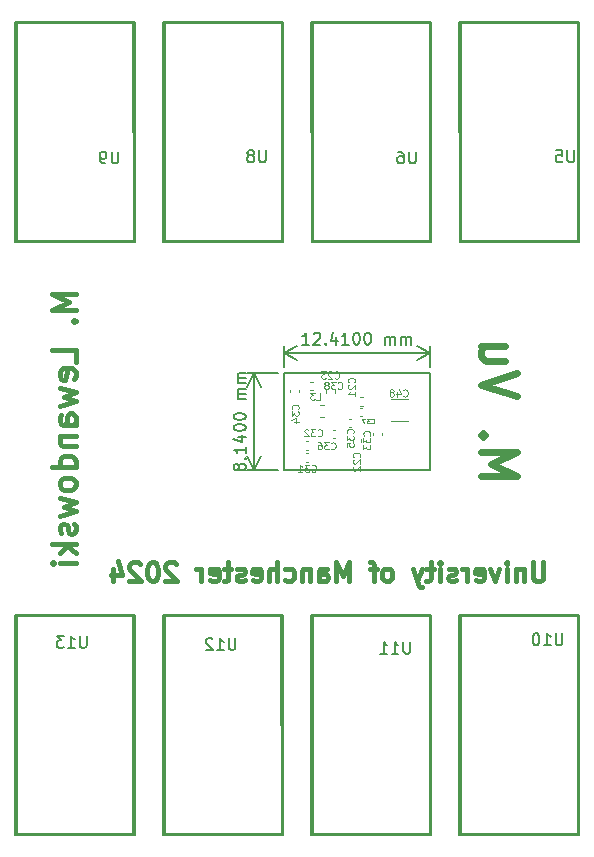
<source format=gbr>
%TF.GenerationSoftware,KiCad,Pcbnew,7.0.8*%
%TF.CreationDate,2024-02-20T09:26:03+00:00*%
%TF.ProjectId,CuttleBoard_8Layers,43757474-6c65-4426-9f61-72645f384c61,rev?*%
%TF.SameCoordinates,Original*%
%TF.FileFunction,Legend,Bot*%
%TF.FilePolarity,Positive*%
%FSLAX46Y46*%
G04 Gerber Fmt 4.6, Leading zero omitted, Abs format (unit mm)*
G04 Created by KiCad (PCBNEW 7.0.8) date 2024-02-20 09:26:03*
%MOMM*%
%LPD*%
G01*
G04 APERTURE LIST*
%ADD10C,0.200000*%
%ADD11C,0.400000*%
%ADD12C,0.600000*%
%ADD13C,0.150000*%
%ADD14C,0.100000*%
%ADD15C,0.120000*%
G04 APERTURE END LIST*
D10*
X121370000Y-94330000D02*
X133780000Y-94330000D01*
X133780000Y-102470000D01*
X121370000Y-102470000D01*
X121370000Y-94330000D01*
D11*
X143355890Y-110323390D02*
X143355890Y-111618628D01*
X143355890Y-111618628D02*
X143279700Y-111771009D01*
X143279700Y-111771009D02*
X143203509Y-111847200D01*
X143203509Y-111847200D02*
X143051128Y-111923390D01*
X143051128Y-111923390D02*
X142746366Y-111923390D01*
X142746366Y-111923390D02*
X142593985Y-111847200D01*
X142593985Y-111847200D02*
X142517795Y-111771009D01*
X142517795Y-111771009D02*
X142441604Y-111618628D01*
X142441604Y-111618628D02*
X142441604Y-110323390D01*
X141679700Y-110856723D02*
X141679700Y-111923390D01*
X141679700Y-111009104D02*
X141603510Y-110932914D01*
X141603510Y-110932914D02*
X141451129Y-110856723D01*
X141451129Y-110856723D02*
X141222557Y-110856723D01*
X141222557Y-110856723D02*
X141070176Y-110932914D01*
X141070176Y-110932914D02*
X140993986Y-111085295D01*
X140993986Y-111085295D02*
X140993986Y-111923390D01*
X140232081Y-111923390D02*
X140232081Y-110856723D01*
X140232081Y-110323390D02*
X140308272Y-110399580D01*
X140308272Y-110399580D02*
X140232081Y-110475771D01*
X140232081Y-110475771D02*
X140155891Y-110399580D01*
X140155891Y-110399580D02*
X140232081Y-110323390D01*
X140232081Y-110323390D02*
X140232081Y-110475771D01*
X139622557Y-110856723D02*
X139241605Y-111923390D01*
X139241605Y-111923390D02*
X138860652Y-110856723D01*
X137641604Y-111847200D02*
X137793985Y-111923390D01*
X137793985Y-111923390D02*
X138098747Y-111923390D01*
X138098747Y-111923390D02*
X138251128Y-111847200D01*
X138251128Y-111847200D02*
X138327319Y-111694819D01*
X138327319Y-111694819D02*
X138327319Y-111085295D01*
X138327319Y-111085295D02*
X138251128Y-110932914D01*
X138251128Y-110932914D02*
X138098747Y-110856723D01*
X138098747Y-110856723D02*
X137793985Y-110856723D01*
X137793985Y-110856723D02*
X137641604Y-110932914D01*
X137641604Y-110932914D02*
X137565414Y-111085295D01*
X137565414Y-111085295D02*
X137565414Y-111237676D01*
X137565414Y-111237676D02*
X138327319Y-111390057D01*
X136879699Y-111923390D02*
X136879699Y-110856723D01*
X136879699Y-111161485D02*
X136803509Y-111009104D01*
X136803509Y-111009104D02*
X136727318Y-110932914D01*
X136727318Y-110932914D02*
X136574937Y-110856723D01*
X136574937Y-110856723D02*
X136422556Y-110856723D01*
X135965414Y-111847200D02*
X135813033Y-111923390D01*
X135813033Y-111923390D02*
X135508271Y-111923390D01*
X135508271Y-111923390D02*
X135355890Y-111847200D01*
X135355890Y-111847200D02*
X135279699Y-111694819D01*
X135279699Y-111694819D02*
X135279699Y-111618628D01*
X135279699Y-111618628D02*
X135355890Y-111466247D01*
X135355890Y-111466247D02*
X135508271Y-111390057D01*
X135508271Y-111390057D02*
X135736842Y-111390057D01*
X135736842Y-111390057D02*
X135889223Y-111313866D01*
X135889223Y-111313866D02*
X135965414Y-111161485D01*
X135965414Y-111161485D02*
X135965414Y-111085295D01*
X135965414Y-111085295D02*
X135889223Y-110932914D01*
X135889223Y-110932914D02*
X135736842Y-110856723D01*
X135736842Y-110856723D02*
X135508271Y-110856723D01*
X135508271Y-110856723D02*
X135355890Y-110932914D01*
X134593985Y-111923390D02*
X134593985Y-110856723D01*
X134593985Y-110323390D02*
X134670176Y-110399580D01*
X134670176Y-110399580D02*
X134593985Y-110475771D01*
X134593985Y-110475771D02*
X134517795Y-110399580D01*
X134517795Y-110399580D02*
X134593985Y-110323390D01*
X134593985Y-110323390D02*
X134593985Y-110475771D01*
X134060652Y-110856723D02*
X133451128Y-110856723D01*
X133832080Y-110323390D02*
X133832080Y-111694819D01*
X133832080Y-111694819D02*
X133755890Y-111847200D01*
X133755890Y-111847200D02*
X133603509Y-111923390D01*
X133603509Y-111923390D02*
X133451128Y-111923390D01*
X133070175Y-110856723D02*
X132689223Y-111923390D01*
X132308270Y-110856723D02*
X132689223Y-111923390D01*
X132689223Y-111923390D02*
X132841604Y-112304342D01*
X132841604Y-112304342D02*
X132917794Y-112380533D01*
X132917794Y-112380533D02*
X133070175Y-112456723D01*
X130251127Y-111923390D02*
X130403508Y-111847200D01*
X130403508Y-111847200D02*
X130479698Y-111771009D01*
X130479698Y-111771009D02*
X130555889Y-111618628D01*
X130555889Y-111618628D02*
X130555889Y-111161485D01*
X130555889Y-111161485D02*
X130479698Y-111009104D01*
X130479698Y-111009104D02*
X130403508Y-110932914D01*
X130403508Y-110932914D02*
X130251127Y-110856723D01*
X130251127Y-110856723D02*
X130022555Y-110856723D01*
X130022555Y-110856723D02*
X129870174Y-110932914D01*
X129870174Y-110932914D02*
X129793984Y-111009104D01*
X129793984Y-111009104D02*
X129717793Y-111161485D01*
X129717793Y-111161485D02*
X129717793Y-111618628D01*
X129717793Y-111618628D02*
X129793984Y-111771009D01*
X129793984Y-111771009D02*
X129870174Y-111847200D01*
X129870174Y-111847200D02*
X130022555Y-111923390D01*
X130022555Y-111923390D02*
X130251127Y-111923390D01*
X129260651Y-110856723D02*
X128651127Y-110856723D01*
X129032079Y-111923390D02*
X129032079Y-110551961D01*
X129032079Y-110551961D02*
X128955889Y-110399580D01*
X128955889Y-110399580D02*
X128803508Y-110323390D01*
X128803508Y-110323390D02*
X128651127Y-110323390D01*
X126898745Y-111923390D02*
X126898745Y-110323390D01*
X126898745Y-110323390D02*
X126365412Y-111466247D01*
X126365412Y-111466247D02*
X125832078Y-110323390D01*
X125832078Y-110323390D02*
X125832078Y-111923390D01*
X124384460Y-111923390D02*
X124384460Y-111085295D01*
X124384460Y-111085295D02*
X124460650Y-110932914D01*
X124460650Y-110932914D02*
X124613031Y-110856723D01*
X124613031Y-110856723D02*
X124917793Y-110856723D01*
X124917793Y-110856723D02*
X125070174Y-110932914D01*
X124384460Y-111847200D02*
X124536841Y-111923390D01*
X124536841Y-111923390D02*
X124917793Y-111923390D01*
X124917793Y-111923390D02*
X125070174Y-111847200D01*
X125070174Y-111847200D02*
X125146365Y-111694819D01*
X125146365Y-111694819D02*
X125146365Y-111542438D01*
X125146365Y-111542438D02*
X125070174Y-111390057D01*
X125070174Y-111390057D02*
X124917793Y-111313866D01*
X124917793Y-111313866D02*
X124536841Y-111313866D01*
X124536841Y-111313866D02*
X124384460Y-111237676D01*
X123622555Y-110856723D02*
X123622555Y-111923390D01*
X123622555Y-111009104D02*
X123546365Y-110932914D01*
X123546365Y-110932914D02*
X123393984Y-110856723D01*
X123393984Y-110856723D02*
X123165412Y-110856723D01*
X123165412Y-110856723D02*
X123013031Y-110932914D01*
X123013031Y-110932914D02*
X122936841Y-111085295D01*
X122936841Y-111085295D02*
X122936841Y-111923390D01*
X121489222Y-111847200D02*
X121641603Y-111923390D01*
X121641603Y-111923390D02*
X121946365Y-111923390D01*
X121946365Y-111923390D02*
X122098746Y-111847200D01*
X122098746Y-111847200D02*
X122174936Y-111771009D01*
X122174936Y-111771009D02*
X122251127Y-111618628D01*
X122251127Y-111618628D02*
X122251127Y-111161485D01*
X122251127Y-111161485D02*
X122174936Y-111009104D01*
X122174936Y-111009104D02*
X122098746Y-110932914D01*
X122098746Y-110932914D02*
X121946365Y-110856723D01*
X121946365Y-110856723D02*
X121641603Y-110856723D01*
X121641603Y-110856723D02*
X121489222Y-110932914D01*
X120803507Y-111923390D02*
X120803507Y-110323390D01*
X120117793Y-111923390D02*
X120117793Y-111085295D01*
X120117793Y-111085295D02*
X120193983Y-110932914D01*
X120193983Y-110932914D02*
X120346364Y-110856723D01*
X120346364Y-110856723D02*
X120574936Y-110856723D01*
X120574936Y-110856723D02*
X120727317Y-110932914D01*
X120727317Y-110932914D02*
X120803507Y-111009104D01*
X118746364Y-111847200D02*
X118898745Y-111923390D01*
X118898745Y-111923390D02*
X119203507Y-111923390D01*
X119203507Y-111923390D02*
X119355888Y-111847200D01*
X119355888Y-111847200D02*
X119432079Y-111694819D01*
X119432079Y-111694819D02*
X119432079Y-111085295D01*
X119432079Y-111085295D02*
X119355888Y-110932914D01*
X119355888Y-110932914D02*
X119203507Y-110856723D01*
X119203507Y-110856723D02*
X118898745Y-110856723D01*
X118898745Y-110856723D02*
X118746364Y-110932914D01*
X118746364Y-110932914D02*
X118670174Y-111085295D01*
X118670174Y-111085295D02*
X118670174Y-111237676D01*
X118670174Y-111237676D02*
X119432079Y-111390057D01*
X118060650Y-111847200D02*
X117908269Y-111923390D01*
X117908269Y-111923390D02*
X117603507Y-111923390D01*
X117603507Y-111923390D02*
X117451126Y-111847200D01*
X117451126Y-111847200D02*
X117374935Y-111694819D01*
X117374935Y-111694819D02*
X117374935Y-111618628D01*
X117374935Y-111618628D02*
X117451126Y-111466247D01*
X117451126Y-111466247D02*
X117603507Y-111390057D01*
X117603507Y-111390057D02*
X117832078Y-111390057D01*
X117832078Y-111390057D02*
X117984459Y-111313866D01*
X117984459Y-111313866D02*
X118060650Y-111161485D01*
X118060650Y-111161485D02*
X118060650Y-111085295D01*
X118060650Y-111085295D02*
X117984459Y-110932914D01*
X117984459Y-110932914D02*
X117832078Y-110856723D01*
X117832078Y-110856723D02*
X117603507Y-110856723D01*
X117603507Y-110856723D02*
X117451126Y-110932914D01*
X116917793Y-110856723D02*
X116308269Y-110856723D01*
X116689221Y-110323390D02*
X116689221Y-111694819D01*
X116689221Y-111694819D02*
X116613031Y-111847200D01*
X116613031Y-111847200D02*
X116460650Y-111923390D01*
X116460650Y-111923390D02*
X116308269Y-111923390D01*
X115165411Y-111847200D02*
X115317792Y-111923390D01*
X115317792Y-111923390D02*
X115622554Y-111923390D01*
X115622554Y-111923390D02*
X115774935Y-111847200D01*
X115774935Y-111847200D02*
X115851126Y-111694819D01*
X115851126Y-111694819D02*
X115851126Y-111085295D01*
X115851126Y-111085295D02*
X115774935Y-110932914D01*
X115774935Y-110932914D02*
X115622554Y-110856723D01*
X115622554Y-110856723D02*
X115317792Y-110856723D01*
X115317792Y-110856723D02*
X115165411Y-110932914D01*
X115165411Y-110932914D02*
X115089221Y-111085295D01*
X115089221Y-111085295D02*
X115089221Y-111237676D01*
X115089221Y-111237676D02*
X115851126Y-111390057D01*
X114403506Y-111923390D02*
X114403506Y-110856723D01*
X114403506Y-111161485D02*
X114327316Y-111009104D01*
X114327316Y-111009104D02*
X114251125Y-110932914D01*
X114251125Y-110932914D02*
X114098744Y-110856723D01*
X114098744Y-110856723D02*
X113946363Y-110856723D01*
X112270173Y-110475771D02*
X112193982Y-110399580D01*
X112193982Y-110399580D02*
X112041601Y-110323390D01*
X112041601Y-110323390D02*
X111660649Y-110323390D01*
X111660649Y-110323390D02*
X111508268Y-110399580D01*
X111508268Y-110399580D02*
X111432077Y-110475771D01*
X111432077Y-110475771D02*
X111355887Y-110628152D01*
X111355887Y-110628152D02*
X111355887Y-110780533D01*
X111355887Y-110780533D02*
X111432077Y-111009104D01*
X111432077Y-111009104D02*
X112346363Y-111923390D01*
X112346363Y-111923390D02*
X111355887Y-111923390D01*
X110365410Y-110323390D02*
X110213029Y-110323390D01*
X110213029Y-110323390D02*
X110060648Y-110399580D01*
X110060648Y-110399580D02*
X109984458Y-110475771D01*
X109984458Y-110475771D02*
X109908267Y-110628152D01*
X109908267Y-110628152D02*
X109832077Y-110932914D01*
X109832077Y-110932914D02*
X109832077Y-111313866D01*
X109832077Y-111313866D02*
X109908267Y-111618628D01*
X109908267Y-111618628D02*
X109984458Y-111771009D01*
X109984458Y-111771009D02*
X110060648Y-111847200D01*
X110060648Y-111847200D02*
X110213029Y-111923390D01*
X110213029Y-111923390D02*
X110365410Y-111923390D01*
X110365410Y-111923390D02*
X110517791Y-111847200D01*
X110517791Y-111847200D02*
X110593982Y-111771009D01*
X110593982Y-111771009D02*
X110670172Y-111618628D01*
X110670172Y-111618628D02*
X110746363Y-111313866D01*
X110746363Y-111313866D02*
X110746363Y-110932914D01*
X110746363Y-110932914D02*
X110670172Y-110628152D01*
X110670172Y-110628152D02*
X110593982Y-110475771D01*
X110593982Y-110475771D02*
X110517791Y-110399580D01*
X110517791Y-110399580D02*
X110365410Y-110323390D01*
X109222553Y-110475771D02*
X109146362Y-110399580D01*
X109146362Y-110399580D02*
X108993981Y-110323390D01*
X108993981Y-110323390D02*
X108613029Y-110323390D01*
X108613029Y-110323390D02*
X108460648Y-110399580D01*
X108460648Y-110399580D02*
X108384457Y-110475771D01*
X108384457Y-110475771D02*
X108308267Y-110628152D01*
X108308267Y-110628152D02*
X108308267Y-110780533D01*
X108308267Y-110780533D02*
X108384457Y-111009104D01*
X108384457Y-111009104D02*
X109298743Y-111923390D01*
X109298743Y-111923390D02*
X108308267Y-111923390D01*
X106936838Y-110856723D02*
X106936838Y-111923390D01*
X107317790Y-110247200D02*
X107698743Y-111390057D01*
X107698743Y-111390057D02*
X106708266Y-111390057D01*
X103744438Y-87629347D02*
X101744438Y-87629347D01*
X101744438Y-87629347D02*
X103173009Y-88296014D01*
X103173009Y-88296014D02*
X101744438Y-88962680D01*
X101744438Y-88962680D02*
X103744438Y-88962680D01*
X103553961Y-89915061D02*
X103649200Y-90010299D01*
X103649200Y-90010299D02*
X103744438Y-89915061D01*
X103744438Y-89915061D02*
X103649200Y-89819823D01*
X103649200Y-89819823D02*
X103553961Y-89915061D01*
X103553961Y-89915061D02*
X103744438Y-89915061D01*
X103744438Y-93343633D02*
X103744438Y-92391252D01*
X103744438Y-92391252D02*
X101744438Y-92391252D01*
X103649200Y-94772205D02*
X103744438Y-94581729D01*
X103744438Y-94581729D02*
X103744438Y-94200776D01*
X103744438Y-94200776D02*
X103649200Y-94010300D01*
X103649200Y-94010300D02*
X103458723Y-93915062D01*
X103458723Y-93915062D02*
X102696819Y-93915062D01*
X102696819Y-93915062D02*
X102506342Y-94010300D01*
X102506342Y-94010300D02*
X102411104Y-94200776D01*
X102411104Y-94200776D02*
X102411104Y-94581729D01*
X102411104Y-94581729D02*
X102506342Y-94772205D01*
X102506342Y-94772205D02*
X102696819Y-94867443D01*
X102696819Y-94867443D02*
X102887295Y-94867443D01*
X102887295Y-94867443D02*
X103077771Y-93915062D01*
X102411104Y-95534110D02*
X103744438Y-95915062D01*
X103744438Y-95915062D02*
X102792057Y-96296015D01*
X102792057Y-96296015D02*
X103744438Y-96676967D01*
X103744438Y-96676967D02*
X102411104Y-97057919D01*
X103744438Y-98676967D02*
X102696819Y-98676967D01*
X102696819Y-98676967D02*
X102506342Y-98581729D01*
X102506342Y-98581729D02*
X102411104Y-98391253D01*
X102411104Y-98391253D02*
X102411104Y-98010300D01*
X102411104Y-98010300D02*
X102506342Y-97819824D01*
X103649200Y-98676967D02*
X103744438Y-98486491D01*
X103744438Y-98486491D02*
X103744438Y-98010300D01*
X103744438Y-98010300D02*
X103649200Y-97819824D01*
X103649200Y-97819824D02*
X103458723Y-97724586D01*
X103458723Y-97724586D02*
X103268247Y-97724586D01*
X103268247Y-97724586D02*
X103077771Y-97819824D01*
X103077771Y-97819824D02*
X102982533Y-98010300D01*
X102982533Y-98010300D02*
X102982533Y-98486491D01*
X102982533Y-98486491D02*
X102887295Y-98676967D01*
X102411104Y-99629348D02*
X103744438Y-99629348D01*
X102601580Y-99629348D02*
X102506342Y-99724586D01*
X102506342Y-99724586D02*
X102411104Y-99915062D01*
X102411104Y-99915062D02*
X102411104Y-100200777D01*
X102411104Y-100200777D02*
X102506342Y-100391253D01*
X102506342Y-100391253D02*
X102696819Y-100486491D01*
X102696819Y-100486491D02*
X103744438Y-100486491D01*
X103744438Y-102296015D02*
X101744438Y-102296015D01*
X103649200Y-102296015D02*
X103744438Y-102105539D01*
X103744438Y-102105539D02*
X103744438Y-101724586D01*
X103744438Y-101724586D02*
X103649200Y-101534110D01*
X103649200Y-101534110D02*
X103553961Y-101438872D01*
X103553961Y-101438872D02*
X103363485Y-101343634D01*
X103363485Y-101343634D02*
X102792057Y-101343634D01*
X102792057Y-101343634D02*
X102601580Y-101438872D01*
X102601580Y-101438872D02*
X102506342Y-101534110D01*
X102506342Y-101534110D02*
X102411104Y-101724586D01*
X102411104Y-101724586D02*
X102411104Y-102105539D01*
X102411104Y-102105539D02*
X102506342Y-102296015D01*
X103744438Y-103534110D02*
X103649200Y-103343634D01*
X103649200Y-103343634D02*
X103553961Y-103248396D01*
X103553961Y-103248396D02*
X103363485Y-103153158D01*
X103363485Y-103153158D02*
X102792057Y-103153158D01*
X102792057Y-103153158D02*
X102601580Y-103248396D01*
X102601580Y-103248396D02*
X102506342Y-103343634D01*
X102506342Y-103343634D02*
X102411104Y-103534110D01*
X102411104Y-103534110D02*
X102411104Y-103819825D01*
X102411104Y-103819825D02*
X102506342Y-104010301D01*
X102506342Y-104010301D02*
X102601580Y-104105539D01*
X102601580Y-104105539D02*
X102792057Y-104200777D01*
X102792057Y-104200777D02*
X103363485Y-104200777D01*
X103363485Y-104200777D02*
X103553961Y-104105539D01*
X103553961Y-104105539D02*
X103649200Y-104010301D01*
X103649200Y-104010301D02*
X103744438Y-103819825D01*
X103744438Y-103819825D02*
X103744438Y-103534110D01*
X102411104Y-104867444D02*
X103744438Y-105248396D01*
X103744438Y-105248396D02*
X102792057Y-105629349D01*
X102792057Y-105629349D02*
X103744438Y-106010301D01*
X103744438Y-106010301D02*
X102411104Y-106391253D01*
X103649200Y-107057920D02*
X103744438Y-107248396D01*
X103744438Y-107248396D02*
X103744438Y-107629348D01*
X103744438Y-107629348D02*
X103649200Y-107819825D01*
X103649200Y-107819825D02*
X103458723Y-107915063D01*
X103458723Y-107915063D02*
X103363485Y-107915063D01*
X103363485Y-107915063D02*
X103173009Y-107819825D01*
X103173009Y-107819825D02*
X103077771Y-107629348D01*
X103077771Y-107629348D02*
X103077771Y-107343634D01*
X103077771Y-107343634D02*
X102982533Y-107153158D01*
X102982533Y-107153158D02*
X102792057Y-107057920D01*
X102792057Y-107057920D02*
X102696819Y-107057920D01*
X102696819Y-107057920D02*
X102506342Y-107153158D01*
X102506342Y-107153158D02*
X102411104Y-107343634D01*
X102411104Y-107343634D02*
X102411104Y-107629348D01*
X102411104Y-107629348D02*
X102506342Y-107819825D01*
X103744438Y-108772206D02*
X101744438Y-108772206D01*
X102982533Y-108962682D02*
X103744438Y-109534111D01*
X102411104Y-109534111D02*
X103173009Y-108772206D01*
X103744438Y-110391254D02*
X102411104Y-110391254D01*
X101744438Y-110391254D02*
X101839676Y-110296016D01*
X101839676Y-110296016D02*
X101934914Y-110391254D01*
X101934914Y-110391254D02*
X101839676Y-110486492D01*
X101839676Y-110486492D02*
X101744438Y-110391254D01*
X101744438Y-110391254D02*
X101934914Y-110391254D01*
D12*
X138088342Y-102990978D02*
X141088342Y-102990978D01*
X141088342Y-102990978D02*
X138945485Y-101990978D01*
X138945485Y-101990978D02*
X141088342Y-100990978D01*
X141088342Y-100990978D02*
X138088342Y-100990978D01*
X138374057Y-99562407D02*
X138231200Y-99419550D01*
X138231200Y-99419550D02*
X138088342Y-99562407D01*
X138088342Y-99562407D02*
X138231200Y-99705264D01*
X138231200Y-99705264D02*
X138374057Y-99562407D01*
X138374057Y-99562407D02*
X138088342Y-99562407D01*
X141088342Y-96276693D02*
X138088342Y-95276693D01*
X138088342Y-95276693D02*
X141088342Y-94276693D01*
X140088342Y-91990979D02*
X138088342Y-91990979D01*
X140088342Y-93276693D02*
X138516914Y-93276693D01*
X138516914Y-93276693D02*
X138231200Y-93133836D01*
X138231200Y-93133836D02*
X138088342Y-92848121D01*
X138088342Y-92848121D02*
X138088342Y-92419550D01*
X138088342Y-92419550D02*
X138231200Y-92133836D01*
X138231200Y-92133836D02*
X138374057Y-91990979D01*
D13*
X117573390Y-102352380D02*
X117525771Y-102447618D01*
X117525771Y-102447618D02*
X117478152Y-102495237D01*
X117478152Y-102495237D02*
X117382914Y-102542856D01*
X117382914Y-102542856D02*
X117335295Y-102542856D01*
X117335295Y-102542856D02*
X117240057Y-102495237D01*
X117240057Y-102495237D02*
X117192438Y-102447618D01*
X117192438Y-102447618D02*
X117144819Y-102352380D01*
X117144819Y-102352380D02*
X117144819Y-102161904D01*
X117144819Y-102161904D02*
X117192438Y-102066666D01*
X117192438Y-102066666D02*
X117240057Y-102019047D01*
X117240057Y-102019047D02*
X117335295Y-101971428D01*
X117335295Y-101971428D02*
X117382914Y-101971428D01*
X117382914Y-101971428D02*
X117478152Y-102019047D01*
X117478152Y-102019047D02*
X117525771Y-102066666D01*
X117525771Y-102066666D02*
X117573390Y-102161904D01*
X117573390Y-102161904D02*
X117573390Y-102352380D01*
X117573390Y-102352380D02*
X117621009Y-102447618D01*
X117621009Y-102447618D02*
X117668628Y-102495237D01*
X117668628Y-102495237D02*
X117763866Y-102542856D01*
X117763866Y-102542856D02*
X117954342Y-102542856D01*
X117954342Y-102542856D02*
X118049580Y-102495237D01*
X118049580Y-102495237D02*
X118097200Y-102447618D01*
X118097200Y-102447618D02*
X118144819Y-102352380D01*
X118144819Y-102352380D02*
X118144819Y-102161904D01*
X118144819Y-102161904D02*
X118097200Y-102066666D01*
X118097200Y-102066666D02*
X118049580Y-102019047D01*
X118049580Y-102019047D02*
X117954342Y-101971428D01*
X117954342Y-101971428D02*
X117763866Y-101971428D01*
X117763866Y-101971428D02*
X117668628Y-102019047D01*
X117668628Y-102019047D02*
X117621009Y-102066666D01*
X117621009Y-102066666D02*
X117573390Y-102161904D01*
X118049580Y-101542856D02*
X118097200Y-101495237D01*
X118097200Y-101495237D02*
X118144819Y-101542856D01*
X118144819Y-101542856D02*
X118097200Y-101590475D01*
X118097200Y-101590475D02*
X118049580Y-101542856D01*
X118049580Y-101542856D02*
X118144819Y-101542856D01*
X118144819Y-100542857D02*
X118144819Y-101114285D01*
X118144819Y-100828571D02*
X117144819Y-100828571D01*
X117144819Y-100828571D02*
X117287676Y-100923809D01*
X117287676Y-100923809D02*
X117382914Y-101019047D01*
X117382914Y-101019047D02*
X117430533Y-101114285D01*
X117478152Y-99685714D02*
X118144819Y-99685714D01*
X117097200Y-99923809D02*
X117811485Y-100161904D01*
X117811485Y-100161904D02*
X117811485Y-99542857D01*
X117144819Y-98971428D02*
X117144819Y-98876190D01*
X117144819Y-98876190D02*
X117192438Y-98780952D01*
X117192438Y-98780952D02*
X117240057Y-98733333D01*
X117240057Y-98733333D02*
X117335295Y-98685714D01*
X117335295Y-98685714D02*
X117525771Y-98638095D01*
X117525771Y-98638095D02*
X117763866Y-98638095D01*
X117763866Y-98638095D02*
X117954342Y-98685714D01*
X117954342Y-98685714D02*
X118049580Y-98733333D01*
X118049580Y-98733333D02*
X118097200Y-98780952D01*
X118097200Y-98780952D02*
X118144819Y-98876190D01*
X118144819Y-98876190D02*
X118144819Y-98971428D01*
X118144819Y-98971428D02*
X118097200Y-99066666D01*
X118097200Y-99066666D02*
X118049580Y-99114285D01*
X118049580Y-99114285D02*
X117954342Y-99161904D01*
X117954342Y-99161904D02*
X117763866Y-99209523D01*
X117763866Y-99209523D02*
X117525771Y-99209523D01*
X117525771Y-99209523D02*
X117335295Y-99161904D01*
X117335295Y-99161904D02*
X117240057Y-99114285D01*
X117240057Y-99114285D02*
X117192438Y-99066666D01*
X117192438Y-99066666D02*
X117144819Y-98971428D01*
X117144819Y-98019047D02*
X117144819Y-97923809D01*
X117144819Y-97923809D02*
X117192438Y-97828571D01*
X117192438Y-97828571D02*
X117240057Y-97780952D01*
X117240057Y-97780952D02*
X117335295Y-97733333D01*
X117335295Y-97733333D02*
X117525771Y-97685714D01*
X117525771Y-97685714D02*
X117763866Y-97685714D01*
X117763866Y-97685714D02*
X117954342Y-97733333D01*
X117954342Y-97733333D02*
X118049580Y-97780952D01*
X118049580Y-97780952D02*
X118097200Y-97828571D01*
X118097200Y-97828571D02*
X118144819Y-97923809D01*
X118144819Y-97923809D02*
X118144819Y-98019047D01*
X118144819Y-98019047D02*
X118097200Y-98114285D01*
X118097200Y-98114285D02*
X118049580Y-98161904D01*
X118049580Y-98161904D02*
X117954342Y-98209523D01*
X117954342Y-98209523D02*
X117763866Y-98257142D01*
X117763866Y-98257142D02*
X117525771Y-98257142D01*
X117525771Y-98257142D02*
X117335295Y-98209523D01*
X117335295Y-98209523D02*
X117240057Y-98161904D01*
X117240057Y-98161904D02*
X117192438Y-98114285D01*
X117192438Y-98114285D02*
X117144819Y-98019047D01*
X118144819Y-96495237D02*
X117478152Y-96495237D01*
X117573390Y-96495237D02*
X117525771Y-96447618D01*
X117525771Y-96447618D02*
X117478152Y-96352380D01*
X117478152Y-96352380D02*
X117478152Y-96209523D01*
X117478152Y-96209523D02*
X117525771Y-96114285D01*
X117525771Y-96114285D02*
X117621009Y-96066666D01*
X117621009Y-96066666D02*
X118144819Y-96066666D01*
X117621009Y-96066666D02*
X117525771Y-96019047D01*
X117525771Y-96019047D02*
X117478152Y-95923809D01*
X117478152Y-95923809D02*
X117478152Y-95780952D01*
X117478152Y-95780952D02*
X117525771Y-95685713D01*
X117525771Y-95685713D02*
X117621009Y-95638094D01*
X117621009Y-95638094D02*
X118144819Y-95638094D01*
X118144819Y-95161904D02*
X117478152Y-95161904D01*
X117573390Y-95161904D02*
X117525771Y-95114285D01*
X117525771Y-95114285D02*
X117478152Y-95019047D01*
X117478152Y-95019047D02*
X117478152Y-94876190D01*
X117478152Y-94876190D02*
X117525771Y-94780952D01*
X117525771Y-94780952D02*
X117621009Y-94733333D01*
X117621009Y-94733333D02*
X118144819Y-94733333D01*
X117621009Y-94733333D02*
X117525771Y-94685714D01*
X117525771Y-94685714D02*
X117478152Y-94590476D01*
X117478152Y-94590476D02*
X117478152Y-94447619D01*
X117478152Y-94447619D02*
X117525771Y-94352380D01*
X117525771Y-94352380D02*
X117621009Y-94304761D01*
X117621009Y-94304761D02*
X118144819Y-94304761D01*
X120870000Y-102470000D02*
X118253580Y-102470000D01*
X120870000Y-94330000D02*
X118253580Y-94330000D01*
X118840000Y-102470000D02*
X118840000Y-94330000D01*
X118840000Y-102470000D02*
X118840000Y-94330000D01*
X118840000Y-102470000D02*
X118253579Y-101343496D01*
X118840000Y-102470000D02*
X119426421Y-101343496D01*
X118840000Y-94330000D02*
X119426421Y-95456504D01*
X118840000Y-94330000D02*
X118253579Y-95456504D01*
X123527381Y-91894819D02*
X122955953Y-91894819D01*
X123241667Y-91894819D02*
X123241667Y-90894819D01*
X123241667Y-90894819D02*
X123146429Y-91037676D01*
X123146429Y-91037676D02*
X123051191Y-91132914D01*
X123051191Y-91132914D02*
X122955953Y-91180533D01*
X123908334Y-90990057D02*
X123955953Y-90942438D01*
X123955953Y-90942438D02*
X124051191Y-90894819D01*
X124051191Y-90894819D02*
X124289286Y-90894819D01*
X124289286Y-90894819D02*
X124384524Y-90942438D01*
X124384524Y-90942438D02*
X124432143Y-90990057D01*
X124432143Y-90990057D02*
X124479762Y-91085295D01*
X124479762Y-91085295D02*
X124479762Y-91180533D01*
X124479762Y-91180533D02*
X124432143Y-91323390D01*
X124432143Y-91323390D02*
X123860715Y-91894819D01*
X123860715Y-91894819D02*
X124479762Y-91894819D01*
X124908334Y-91799580D02*
X124955953Y-91847200D01*
X124955953Y-91847200D02*
X124908334Y-91894819D01*
X124908334Y-91894819D02*
X124860715Y-91847200D01*
X124860715Y-91847200D02*
X124908334Y-91799580D01*
X124908334Y-91799580D02*
X124908334Y-91894819D01*
X125813095Y-91228152D02*
X125813095Y-91894819D01*
X125575000Y-90847200D02*
X125336905Y-91561485D01*
X125336905Y-91561485D02*
X125955952Y-91561485D01*
X126860714Y-91894819D02*
X126289286Y-91894819D01*
X126575000Y-91894819D02*
X126575000Y-90894819D01*
X126575000Y-90894819D02*
X126479762Y-91037676D01*
X126479762Y-91037676D02*
X126384524Y-91132914D01*
X126384524Y-91132914D02*
X126289286Y-91180533D01*
X127479762Y-90894819D02*
X127575000Y-90894819D01*
X127575000Y-90894819D02*
X127670238Y-90942438D01*
X127670238Y-90942438D02*
X127717857Y-90990057D01*
X127717857Y-90990057D02*
X127765476Y-91085295D01*
X127765476Y-91085295D02*
X127813095Y-91275771D01*
X127813095Y-91275771D02*
X127813095Y-91513866D01*
X127813095Y-91513866D02*
X127765476Y-91704342D01*
X127765476Y-91704342D02*
X127717857Y-91799580D01*
X127717857Y-91799580D02*
X127670238Y-91847200D01*
X127670238Y-91847200D02*
X127575000Y-91894819D01*
X127575000Y-91894819D02*
X127479762Y-91894819D01*
X127479762Y-91894819D02*
X127384524Y-91847200D01*
X127384524Y-91847200D02*
X127336905Y-91799580D01*
X127336905Y-91799580D02*
X127289286Y-91704342D01*
X127289286Y-91704342D02*
X127241667Y-91513866D01*
X127241667Y-91513866D02*
X127241667Y-91275771D01*
X127241667Y-91275771D02*
X127289286Y-91085295D01*
X127289286Y-91085295D02*
X127336905Y-90990057D01*
X127336905Y-90990057D02*
X127384524Y-90942438D01*
X127384524Y-90942438D02*
X127479762Y-90894819D01*
X128432143Y-90894819D02*
X128527381Y-90894819D01*
X128527381Y-90894819D02*
X128622619Y-90942438D01*
X128622619Y-90942438D02*
X128670238Y-90990057D01*
X128670238Y-90990057D02*
X128717857Y-91085295D01*
X128717857Y-91085295D02*
X128765476Y-91275771D01*
X128765476Y-91275771D02*
X128765476Y-91513866D01*
X128765476Y-91513866D02*
X128717857Y-91704342D01*
X128717857Y-91704342D02*
X128670238Y-91799580D01*
X128670238Y-91799580D02*
X128622619Y-91847200D01*
X128622619Y-91847200D02*
X128527381Y-91894819D01*
X128527381Y-91894819D02*
X128432143Y-91894819D01*
X128432143Y-91894819D02*
X128336905Y-91847200D01*
X128336905Y-91847200D02*
X128289286Y-91799580D01*
X128289286Y-91799580D02*
X128241667Y-91704342D01*
X128241667Y-91704342D02*
X128194048Y-91513866D01*
X128194048Y-91513866D02*
X128194048Y-91275771D01*
X128194048Y-91275771D02*
X128241667Y-91085295D01*
X128241667Y-91085295D02*
X128289286Y-90990057D01*
X128289286Y-90990057D02*
X128336905Y-90942438D01*
X128336905Y-90942438D02*
X128432143Y-90894819D01*
X129955953Y-91894819D02*
X129955953Y-91228152D01*
X129955953Y-91323390D02*
X130003572Y-91275771D01*
X130003572Y-91275771D02*
X130098810Y-91228152D01*
X130098810Y-91228152D02*
X130241667Y-91228152D01*
X130241667Y-91228152D02*
X130336905Y-91275771D01*
X130336905Y-91275771D02*
X130384524Y-91371009D01*
X130384524Y-91371009D02*
X130384524Y-91894819D01*
X130384524Y-91371009D02*
X130432143Y-91275771D01*
X130432143Y-91275771D02*
X130527381Y-91228152D01*
X130527381Y-91228152D02*
X130670238Y-91228152D01*
X130670238Y-91228152D02*
X130765477Y-91275771D01*
X130765477Y-91275771D02*
X130813096Y-91371009D01*
X130813096Y-91371009D02*
X130813096Y-91894819D01*
X131289286Y-91894819D02*
X131289286Y-91228152D01*
X131289286Y-91323390D02*
X131336905Y-91275771D01*
X131336905Y-91275771D02*
X131432143Y-91228152D01*
X131432143Y-91228152D02*
X131575000Y-91228152D01*
X131575000Y-91228152D02*
X131670238Y-91275771D01*
X131670238Y-91275771D02*
X131717857Y-91371009D01*
X131717857Y-91371009D02*
X131717857Y-91894819D01*
X131717857Y-91371009D02*
X131765476Y-91275771D01*
X131765476Y-91275771D02*
X131860714Y-91228152D01*
X131860714Y-91228152D02*
X132003571Y-91228152D01*
X132003571Y-91228152D02*
X132098810Y-91275771D01*
X132098810Y-91275771D02*
X132146429Y-91371009D01*
X132146429Y-91371009D02*
X132146429Y-91894819D01*
X133780000Y-93830000D02*
X133780000Y-92003580D01*
X121370000Y-93830000D02*
X121370000Y-92003580D01*
X133780000Y-92590000D02*
X121370000Y-92590000D01*
X133780000Y-92590000D02*
X121370000Y-92590000D01*
X133780000Y-92590000D02*
X132653496Y-93176421D01*
X133780000Y-92590000D02*
X132653496Y-92003579D01*
X121370000Y-92590000D02*
X122496504Y-92003579D01*
X121370000Y-92590000D02*
X122496504Y-93176421D01*
D14*
X128645228Y-99594285D02*
X128673800Y-99565713D01*
X128673800Y-99565713D02*
X128702371Y-99479999D01*
X128702371Y-99479999D02*
X128702371Y-99422856D01*
X128702371Y-99422856D02*
X128673800Y-99337142D01*
X128673800Y-99337142D02*
X128616657Y-99279999D01*
X128616657Y-99279999D02*
X128559514Y-99251428D01*
X128559514Y-99251428D02*
X128445228Y-99222856D01*
X128445228Y-99222856D02*
X128359514Y-99222856D01*
X128359514Y-99222856D02*
X128245228Y-99251428D01*
X128245228Y-99251428D02*
X128188085Y-99279999D01*
X128188085Y-99279999D02*
X128130942Y-99337142D01*
X128130942Y-99337142D02*
X128102371Y-99422856D01*
X128102371Y-99422856D02*
X128102371Y-99479999D01*
X128102371Y-99479999D02*
X128130942Y-99565713D01*
X128130942Y-99565713D02*
X128159514Y-99594285D01*
X128102371Y-99794285D02*
X128102371Y-100165713D01*
X128102371Y-100165713D02*
X128330942Y-99965713D01*
X128330942Y-99965713D02*
X128330942Y-100051428D01*
X128330942Y-100051428D02*
X128359514Y-100108571D01*
X128359514Y-100108571D02*
X128388085Y-100137142D01*
X128388085Y-100137142D02*
X128445228Y-100165713D01*
X128445228Y-100165713D02*
X128588085Y-100165713D01*
X128588085Y-100165713D02*
X128645228Y-100137142D01*
X128645228Y-100137142D02*
X128673800Y-100108571D01*
X128673800Y-100108571D02*
X128702371Y-100051428D01*
X128702371Y-100051428D02*
X128702371Y-99879999D01*
X128702371Y-99879999D02*
X128673800Y-99822856D01*
X128673800Y-99822856D02*
X128645228Y-99794285D01*
X128102371Y-100365714D02*
X128102371Y-100737142D01*
X128102371Y-100737142D02*
X128330942Y-100537142D01*
X128330942Y-100537142D02*
X128330942Y-100622857D01*
X128330942Y-100622857D02*
X128359514Y-100680000D01*
X128359514Y-100680000D02*
X128388085Y-100708571D01*
X128388085Y-100708571D02*
X128445228Y-100737142D01*
X128445228Y-100737142D02*
X128588085Y-100737142D01*
X128588085Y-100737142D02*
X128645228Y-100708571D01*
X128645228Y-100708571D02*
X128673800Y-100680000D01*
X128673800Y-100680000D02*
X128702371Y-100622857D01*
X128702371Y-100622857D02*
X128702371Y-100451428D01*
X128702371Y-100451428D02*
X128673800Y-100394285D01*
X128673800Y-100394285D02*
X128645228Y-100365714D01*
D13*
X117271427Y-116754819D02*
X117271427Y-117564342D01*
X117271427Y-117564342D02*
X117223808Y-117659580D01*
X117223808Y-117659580D02*
X117176189Y-117707200D01*
X117176189Y-117707200D02*
X117080951Y-117754819D01*
X117080951Y-117754819D02*
X116890475Y-117754819D01*
X116890475Y-117754819D02*
X116795237Y-117707200D01*
X116795237Y-117707200D02*
X116747618Y-117659580D01*
X116747618Y-117659580D02*
X116699999Y-117564342D01*
X116699999Y-117564342D02*
X116699999Y-116754819D01*
X115699999Y-117754819D02*
X116271427Y-117754819D01*
X115985713Y-117754819D02*
X115985713Y-116754819D01*
X115985713Y-116754819D02*
X116080951Y-116897676D01*
X116080951Y-116897676D02*
X116176189Y-116992914D01*
X116176189Y-116992914D02*
X116271427Y-117040533D01*
X115319046Y-116850057D02*
X115271427Y-116802438D01*
X115271427Y-116802438D02*
X115176189Y-116754819D01*
X115176189Y-116754819D02*
X114938094Y-116754819D01*
X114938094Y-116754819D02*
X114842856Y-116802438D01*
X114842856Y-116802438D02*
X114795237Y-116850057D01*
X114795237Y-116850057D02*
X114747618Y-116945295D01*
X114747618Y-116945295D02*
X114747618Y-117040533D01*
X114747618Y-117040533D02*
X114795237Y-117183390D01*
X114795237Y-117183390D02*
X115366665Y-117754819D01*
X115366665Y-117754819D02*
X114747618Y-117754819D01*
D14*
X127785228Y-101414285D02*
X127813800Y-101385713D01*
X127813800Y-101385713D02*
X127842371Y-101299999D01*
X127842371Y-101299999D02*
X127842371Y-101242856D01*
X127842371Y-101242856D02*
X127813800Y-101157142D01*
X127813800Y-101157142D02*
X127756657Y-101099999D01*
X127756657Y-101099999D02*
X127699514Y-101071428D01*
X127699514Y-101071428D02*
X127585228Y-101042856D01*
X127585228Y-101042856D02*
X127499514Y-101042856D01*
X127499514Y-101042856D02*
X127385228Y-101071428D01*
X127385228Y-101071428D02*
X127328085Y-101099999D01*
X127328085Y-101099999D02*
X127270942Y-101157142D01*
X127270942Y-101157142D02*
X127242371Y-101242856D01*
X127242371Y-101242856D02*
X127242371Y-101299999D01*
X127242371Y-101299999D02*
X127270942Y-101385713D01*
X127270942Y-101385713D02*
X127299514Y-101414285D01*
X127299514Y-101642856D02*
X127270942Y-101671428D01*
X127270942Y-101671428D02*
X127242371Y-101728571D01*
X127242371Y-101728571D02*
X127242371Y-101871428D01*
X127242371Y-101871428D02*
X127270942Y-101928571D01*
X127270942Y-101928571D02*
X127299514Y-101957142D01*
X127299514Y-101957142D02*
X127356657Y-101985713D01*
X127356657Y-101985713D02*
X127413800Y-101985713D01*
X127413800Y-101985713D02*
X127499514Y-101957142D01*
X127499514Y-101957142D02*
X127842371Y-101614285D01*
X127842371Y-101614285D02*
X127842371Y-101985713D01*
X127299514Y-102214285D02*
X127270942Y-102242857D01*
X127270942Y-102242857D02*
X127242371Y-102300000D01*
X127242371Y-102300000D02*
X127242371Y-102442857D01*
X127242371Y-102442857D02*
X127270942Y-102500000D01*
X127270942Y-102500000D02*
X127299514Y-102528571D01*
X127299514Y-102528571D02*
X127356657Y-102557142D01*
X127356657Y-102557142D02*
X127413800Y-102557142D01*
X127413800Y-102557142D02*
X127499514Y-102528571D01*
X127499514Y-102528571D02*
X127842371Y-102185714D01*
X127842371Y-102185714D02*
X127842371Y-102557142D01*
X127355228Y-95084285D02*
X127383800Y-95055713D01*
X127383800Y-95055713D02*
X127412371Y-94969999D01*
X127412371Y-94969999D02*
X127412371Y-94912856D01*
X127412371Y-94912856D02*
X127383800Y-94827142D01*
X127383800Y-94827142D02*
X127326657Y-94769999D01*
X127326657Y-94769999D02*
X127269514Y-94741428D01*
X127269514Y-94741428D02*
X127155228Y-94712856D01*
X127155228Y-94712856D02*
X127069514Y-94712856D01*
X127069514Y-94712856D02*
X126955228Y-94741428D01*
X126955228Y-94741428D02*
X126898085Y-94769999D01*
X126898085Y-94769999D02*
X126840942Y-94827142D01*
X126840942Y-94827142D02*
X126812371Y-94912856D01*
X126812371Y-94912856D02*
X126812371Y-94969999D01*
X126812371Y-94969999D02*
X126840942Y-95055713D01*
X126840942Y-95055713D02*
X126869514Y-95084285D01*
X126869514Y-95312856D02*
X126840942Y-95341428D01*
X126840942Y-95341428D02*
X126812371Y-95398571D01*
X126812371Y-95398571D02*
X126812371Y-95541428D01*
X126812371Y-95541428D02*
X126840942Y-95598571D01*
X126840942Y-95598571D02*
X126869514Y-95627142D01*
X126869514Y-95627142D02*
X126926657Y-95655713D01*
X126926657Y-95655713D02*
X126983800Y-95655713D01*
X126983800Y-95655713D02*
X127069514Y-95627142D01*
X127069514Y-95627142D02*
X127412371Y-95284285D01*
X127412371Y-95284285D02*
X127412371Y-95655713D01*
X127412371Y-96227142D02*
X127412371Y-95884285D01*
X127412371Y-96055714D02*
X126812371Y-96055714D01*
X126812371Y-96055714D02*
X126898085Y-95998571D01*
X126898085Y-95998571D02*
X126955228Y-95941428D01*
X126955228Y-95941428D02*
X126983800Y-95884285D01*
X123735714Y-102615228D02*
X123764286Y-102643800D01*
X123764286Y-102643800D02*
X123850000Y-102672371D01*
X123850000Y-102672371D02*
X123907143Y-102672371D01*
X123907143Y-102672371D02*
X123992857Y-102643800D01*
X123992857Y-102643800D02*
X124050000Y-102586657D01*
X124050000Y-102586657D02*
X124078571Y-102529514D01*
X124078571Y-102529514D02*
X124107143Y-102415228D01*
X124107143Y-102415228D02*
X124107143Y-102329514D01*
X124107143Y-102329514D02*
X124078571Y-102215228D01*
X124078571Y-102215228D02*
X124050000Y-102158085D01*
X124050000Y-102158085D02*
X123992857Y-102100942D01*
X123992857Y-102100942D02*
X123907143Y-102072371D01*
X123907143Y-102072371D02*
X123850000Y-102072371D01*
X123850000Y-102072371D02*
X123764286Y-102100942D01*
X123764286Y-102100942D02*
X123735714Y-102129514D01*
X123535714Y-102072371D02*
X123164286Y-102072371D01*
X123164286Y-102072371D02*
X123364286Y-102300942D01*
X123364286Y-102300942D02*
X123278571Y-102300942D01*
X123278571Y-102300942D02*
X123221429Y-102329514D01*
X123221429Y-102329514D02*
X123192857Y-102358085D01*
X123192857Y-102358085D02*
X123164286Y-102415228D01*
X123164286Y-102415228D02*
X123164286Y-102558085D01*
X123164286Y-102558085D02*
X123192857Y-102615228D01*
X123192857Y-102615228D02*
X123221429Y-102643800D01*
X123221429Y-102643800D02*
X123278571Y-102672371D01*
X123278571Y-102672371D02*
X123450000Y-102672371D01*
X123450000Y-102672371D02*
X123507143Y-102643800D01*
X123507143Y-102643800D02*
X123535714Y-102615228D01*
X122592857Y-102672371D02*
X122935714Y-102672371D01*
X122764285Y-102672371D02*
X122764285Y-102072371D01*
X122764285Y-102072371D02*
X122821428Y-102158085D01*
X122821428Y-102158085D02*
X122878571Y-102215228D01*
X122878571Y-102215228D02*
X122935714Y-102243800D01*
D13*
X119861904Y-75454819D02*
X119861904Y-76264342D01*
X119861904Y-76264342D02*
X119814285Y-76359580D01*
X119814285Y-76359580D02*
X119766666Y-76407200D01*
X119766666Y-76407200D02*
X119671428Y-76454819D01*
X119671428Y-76454819D02*
X119480952Y-76454819D01*
X119480952Y-76454819D02*
X119385714Y-76407200D01*
X119385714Y-76407200D02*
X119338095Y-76359580D01*
X119338095Y-76359580D02*
X119290476Y-76264342D01*
X119290476Y-76264342D02*
X119290476Y-75454819D01*
X118671428Y-75883390D02*
X118766666Y-75835771D01*
X118766666Y-75835771D02*
X118814285Y-75788152D01*
X118814285Y-75788152D02*
X118861904Y-75692914D01*
X118861904Y-75692914D02*
X118861904Y-75645295D01*
X118861904Y-75645295D02*
X118814285Y-75550057D01*
X118814285Y-75550057D02*
X118766666Y-75502438D01*
X118766666Y-75502438D02*
X118671428Y-75454819D01*
X118671428Y-75454819D02*
X118480952Y-75454819D01*
X118480952Y-75454819D02*
X118385714Y-75502438D01*
X118385714Y-75502438D02*
X118338095Y-75550057D01*
X118338095Y-75550057D02*
X118290476Y-75645295D01*
X118290476Y-75645295D02*
X118290476Y-75692914D01*
X118290476Y-75692914D02*
X118338095Y-75788152D01*
X118338095Y-75788152D02*
X118385714Y-75835771D01*
X118385714Y-75835771D02*
X118480952Y-75883390D01*
X118480952Y-75883390D02*
X118671428Y-75883390D01*
X118671428Y-75883390D02*
X118766666Y-75931009D01*
X118766666Y-75931009D02*
X118814285Y-75978628D01*
X118814285Y-75978628D02*
X118861904Y-76073866D01*
X118861904Y-76073866D02*
X118861904Y-76264342D01*
X118861904Y-76264342D02*
X118814285Y-76359580D01*
X118814285Y-76359580D02*
X118766666Y-76407200D01*
X118766666Y-76407200D02*
X118671428Y-76454819D01*
X118671428Y-76454819D02*
X118480952Y-76454819D01*
X118480952Y-76454819D02*
X118385714Y-76407200D01*
X118385714Y-76407200D02*
X118338095Y-76359580D01*
X118338095Y-76359580D02*
X118290476Y-76264342D01*
X118290476Y-76264342D02*
X118290476Y-76073866D01*
X118290476Y-76073866D02*
X118338095Y-75978628D01*
X118338095Y-75978628D02*
X118385714Y-75931009D01*
X118385714Y-75931009D02*
X118480952Y-75883390D01*
D14*
X127230228Y-99414285D02*
X127258800Y-99385713D01*
X127258800Y-99385713D02*
X127287371Y-99299999D01*
X127287371Y-99299999D02*
X127287371Y-99242856D01*
X127287371Y-99242856D02*
X127258800Y-99157142D01*
X127258800Y-99157142D02*
X127201657Y-99099999D01*
X127201657Y-99099999D02*
X127144514Y-99071428D01*
X127144514Y-99071428D02*
X127030228Y-99042856D01*
X127030228Y-99042856D02*
X126944514Y-99042856D01*
X126944514Y-99042856D02*
X126830228Y-99071428D01*
X126830228Y-99071428D02*
X126773085Y-99099999D01*
X126773085Y-99099999D02*
X126715942Y-99157142D01*
X126715942Y-99157142D02*
X126687371Y-99242856D01*
X126687371Y-99242856D02*
X126687371Y-99299999D01*
X126687371Y-99299999D02*
X126715942Y-99385713D01*
X126715942Y-99385713D02*
X126744514Y-99414285D01*
X126687371Y-99614285D02*
X126687371Y-99985713D01*
X126687371Y-99985713D02*
X126915942Y-99785713D01*
X126915942Y-99785713D02*
X126915942Y-99871428D01*
X126915942Y-99871428D02*
X126944514Y-99928571D01*
X126944514Y-99928571D02*
X126973085Y-99957142D01*
X126973085Y-99957142D02*
X127030228Y-99985713D01*
X127030228Y-99985713D02*
X127173085Y-99985713D01*
X127173085Y-99985713D02*
X127230228Y-99957142D01*
X127230228Y-99957142D02*
X127258800Y-99928571D01*
X127258800Y-99928571D02*
X127287371Y-99871428D01*
X127287371Y-99871428D02*
X127287371Y-99699999D01*
X127287371Y-99699999D02*
X127258800Y-99642856D01*
X127258800Y-99642856D02*
X127230228Y-99614285D01*
X126687371Y-100528571D02*
X126687371Y-100242857D01*
X126687371Y-100242857D02*
X126973085Y-100214285D01*
X126973085Y-100214285D02*
X126944514Y-100242857D01*
X126944514Y-100242857D02*
X126915942Y-100300000D01*
X126915942Y-100300000D02*
X126915942Y-100442857D01*
X126915942Y-100442857D02*
X126944514Y-100500000D01*
X126944514Y-100500000D02*
X126973085Y-100528571D01*
X126973085Y-100528571D02*
X127030228Y-100557142D01*
X127030228Y-100557142D02*
X127173085Y-100557142D01*
X127173085Y-100557142D02*
X127230228Y-100528571D01*
X127230228Y-100528571D02*
X127258800Y-100500000D01*
X127258800Y-100500000D02*
X127287371Y-100442857D01*
X127287371Y-100442857D02*
X127287371Y-100300000D01*
X127287371Y-100300000D02*
X127258800Y-100242857D01*
X127258800Y-100242857D02*
X127230228Y-100214285D01*
D13*
X104671427Y-116554819D02*
X104671427Y-117364342D01*
X104671427Y-117364342D02*
X104623808Y-117459580D01*
X104623808Y-117459580D02*
X104576189Y-117507200D01*
X104576189Y-117507200D02*
X104480951Y-117554819D01*
X104480951Y-117554819D02*
X104290475Y-117554819D01*
X104290475Y-117554819D02*
X104195237Y-117507200D01*
X104195237Y-117507200D02*
X104147618Y-117459580D01*
X104147618Y-117459580D02*
X104099999Y-117364342D01*
X104099999Y-117364342D02*
X104099999Y-116554819D01*
X103099999Y-117554819D02*
X103671427Y-117554819D01*
X103385713Y-117554819D02*
X103385713Y-116554819D01*
X103385713Y-116554819D02*
X103480951Y-116697676D01*
X103480951Y-116697676D02*
X103576189Y-116792914D01*
X103576189Y-116792914D02*
X103671427Y-116840533D01*
X102766665Y-116554819D02*
X102147618Y-116554819D01*
X102147618Y-116554819D02*
X102480951Y-116935771D01*
X102480951Y-116935771D02*
X102338094Y-116935771D01*
X102338094Y-116935771D02*
X102242856Y-116983390D01*
X102242856Y-116983390D02*
X102195237Y-117031009D01*
X102195237Y-117031009D02*
X102147618Y-117126247D01*
X102147618Y-117126247D02*
X102147618Y-117364342D01*
X102147618Y-117364342D02*
X102195237Y-117459580D01*
X102195237Y-117459580D02*
X102242856Y-117507200D01*
X102242856Y-117507200D02*
X102338094Y-117554819D01*
X102338094Y-117554819D02*
X102623808Y-117554819D01*
X102623808Y-117554819D02*
X102719046Y-117507200D01*
X102719046Y-117507200D02*
X102766665Y-117459580D01*
X132071427Y-117054819D02*
X132071427Y-117864342D01*
X132071427Y-117864342D02*
X132023808Y-117959580D01*
X132023808Y-117959580D02*
X131976189Y-118007200D01*
X131976189Y-118007200D02*
X131880951Y-118054819D01*
X131880951Y-118054819D02*
X131690475Y-118054819D01*
X131690475Y-118054819D02*
X131595237Y-118007200D01*
X131595237Y-118007200D02*
X131547618Y-117959580D01*
X131547618Y-117959580D02*
X131499999Y-117864342D01*
X131499999Y-117864342D02*
X131499999Y-117054819D01*
X130499999Y-118054819D02*
X131071427Y-118054819D01*
X130785713Y-118054819D02*
X130785713Y-117054819D01*
X130785713Y-117054819D02*
X130880951Y-117197676D01*
X130880951Y-117197676D02*
X130976189Y-117292914D01*
X130976189Y-117292914D02*
X131071427Y-117340533D01*
X129547618Y-118054819D02*
X130119046Y-118054819D01*
X129833332Y-118054819D02*
X129833332Y-117054819D01*
X129833332Y-117054819D02*
X129928570Y-117197676D01*
X129928570Y-117197676D02*
X130023808Y-117292914D01*
X130023808Y-117292914D02*
X130119046Y-117340533D01*
D14*
X124124999Y-96562371D02*
X124410713Y-96562371D01*
X124410713Y-96562371D02*
X124410713Y-95962371D01*
X123982142Y-95962371D02*
X123610714Y-95962371D01*
X123610714Y-95962371D02*
X123810714Y-96190942D01*
X123810714Y-96190942D02*
X123724999Y-96190942D01*
X123724999Y-96190942D02*
X123667857Y-96219514D01*
X123667857Y-96219514D02*
X123639285Y-96248085D01*
X123639285Y-96248085D02*
X123610714Y-96305228D01*
X123610714Y-96305228D02*
X123610714Y-96448085D01*
X123610714Y-96448085D02*
X123639285Y-96505228D01*
X123639285Y-96505228D02*
X123667857Y-96533800D01*
X123667857Y-96533800D02*
X123724999Y-96562371D01*
X123724999Y-96562371D02*
X123896428Y-96562371D01*
X123896428Y-96562371D02*
X123953571Y-96533800D01*
X123953571Y-96533800D02*
X123982142Y-96505228D01*
X125685714Y-94715228D02*
X125714286Y-94743800D01*
X125714286Y-94743800D02*
X125800000Y-94772371D01*
X125800000Y-94772371D02*
X125857143Y-94772371D01*
X125857143Y-94772371D02*
X125942857Y-94743800D01*
X125942857Y-94743800D02*
X126000000Y-94686657D01*
X126000000Y-94686657D02*
X126028571Y-94629514D01*
X126028571Y-94629514D02*
X126057143Y-94515228D01*
X126057143Y-94515228D02*
X126057143Y-94429514D01*
X126057143Y-94429514D02*
X126028571Y-94315228D01*
X126028571Y-94315228D02*
X126000000Y-94258085D01*
X126000000Y-94258085D02*
X125942857Y-94200942D01*
X125942857Y-94200942D02*
X125857143Y-94172371D01*
X125857143Y-94172371D02*
X125800000Y-94172371D01*
X125800000Y-94172371D02*
X125714286Y-94200942D01*
X125714286Y-94200942D02*
X125685714Y-94229514D01*
X125457143Y-94229514D02*
X125428571Y-94200942D01*
X125428571Y-94200942D02*
X125371429Y-94172371D01*
X125371429Y-94172371D02*
X125228571Y-94172371D01*
X125228571Y-94172371D02*
X125171429Y-94200942D01*
X125171429Y-94200942D02*
X125142857Y-94229514D01*
X125142857Y-94229514D02*
X125114286Y-94286657D01*
X125114286Y-94286657D02*
X125114286Y-94343800D01*
X125114286Y-94343800D02*
X125142857Y-94429514D01*
X125142857Y-94429514D02*
X125485714Y-94772371D01*
X125485714Y-94772371D02*
X125114286Y-94772371D01*
X124914285Y-94172371D02*
X124542857Y-94172371D01*
X124542857Y-94172371D02*
X124742857Y-94400942D01*
X124742857Y-94400942D02*
X124657142Y-94400942D01*
X124657142Y-94400942D02*
X124600000Y-94429514D01*
X124600000Y-94429514D02*
X124571428Y-94458085D01*
X124571428Y-94458085D02*
X124542857Y-94515228D01*
X124542857Y-94515228D02*
X124542857Y-94658085D01*
X124542857Y-94658085D02*
X124571428Y-94715228D01*
X124571428Y-94715228D02*
X124600000Y-94743800D01*
X124600000Y-94743800D02*
X124657142Y-94772371D01*
X124657142Y-94772371D02*
X124828571Y-94772371D01*
X124828571Y-94772371D02*
X124885714Y-94743800D01*
X124885714Y-94743800D02*
X124914285Y-94715228D01*
X125385714Y-100715228D02*
X125414286Y-100743800D01*
X125414286Y-100743800D02*
X125500000Y-100772371D01*
X125500000Y-100772371D02*
X125557143Y-100772371D01*
X125557143Y-100772371D02*
X125642857Y-100743800D01*
X125642857Y-100743800D02*
X125700000Y-100686657D01*
X125700000Y-100686657D02*
X125728571Y-100629514D01*
X125728571Y-100629514D02*
X125757143Y-100515228D01*
X125757143Y-100515228D02*
X125757143Y-100429514D01*
X125757143Y-100429514D02*
X125728571Y-100315228D01*
X125728571Y-100315228D02*
X125700000Y-100258085D01*
X125700000Y-100258085D02*
X125642857Y-100200942D01*
X125642857Y-100200942D02*
X125557143Y-100172371D01*
X125557143Y-100172371D02*
X125500000Y-100172371D01*
X125500000Y-100172371D02*
X125414286Y-100200942D01*
X125414286Y-100200942D02*
X125385714Y-100229514D01*
X125185714Y-100172371D02*
X124814286Y-100172371D01*
X124814286Y-100172371D02*
X125014286Y-100400942D01*
X125014286Y-100400942D02*
X124928571Y-100400942D01*
X124928571Y-100400942D02*
X124871429Y-100429514D01*
X124871429Y-100429514D02*
X124842857Y-100458085D01*
X124842857Y-100458085D02*
X124814286Y-100515228D01*
X124814286Y-100515228D02*
X124814286Y-100658085D01*
X124814286Y-100658085D02*
X124842857Y-100715228D01*
X124842857Y-100715228D02*
X124871429Y-100743800D01*
X124871429Y-100743800D02*
X124928571Y-100772371D01*
X124928571Y-100772371D02*
X125100000Y-100772371D01*
X125100000Y-100772371D02*
X125157143Y-100743800D01*
X125157143Y-100743800D02*
X125185714Y-100715228D01*
X124300000Y-100172371D02*
X124414285Y-100172371D01*
X124414285Y-100172371D02*
X124471428Y-100200942D01*
X124471428Y-100200942D02*
X124500000Y-100229514D01*
X124500000Y-100229514D02*
X124557142Y-100315228D01*
X124557142Y-100315228D02*
X124585714Y-100429514D01*
X124585714Y-100429514D02*
X124585714Y-100658085D01*
X124585714Y-100658085D02*
X124557142Y-100715228D01*
X124557142Y-100715228D02*
X124528571Y-100743800D01*
X124528571Y-100743800D02*
X124471428Y-100772371D01*
X124471428Y-100772371D02*
X124357142Y-100772371D01*
X124357142Y-100772371D02*
X124300000Y-100743800D01*
X124300000Y-100743800D02*
X124271428Y-100715228D01*
X124271428Y-100715228D02*
X124242857Y-100658085D01*
X124242857Y-100658085D02*
X124242857Y-100515228D01*
X124242857Y-100515228D02*
X124271428Y-100458085D01*
X124271428Y-100458085D02*
X124300000Y-100429514D01*
X124300000Y-100429514D02*
X124357142Y-100400942D01*
X124357142Y-100400942D02*
X124471428Y-100400942D01*
X124471428Y-100400942D02*
X124528571Y-100429514D01*
X124528571Y-100429514D02*
X124557142Y-100458085D01*
X124557142Y-100458085D02*
X124585714Y-100515228D01*
X128797142Y-98531752D02*
X128816190Y-98550800D01*
X128816190Y-98550800D02*
X128873332Y-98569847D01*
X128873332Y-98569847D02*
X128911428Y-98569847D01*
X128911428Y-98569847D02*
X128968571Y-98550800D01*
X128968571Y-98550800D02*
X129006666Y-98512704D01*
X129006666Y-98512704D02*
X129025713Y-98474609D01*
X129025713Y-98474609D02*
X129044761Y-98398419D01*
X129044761Y-98398419D02*
X129044761Y-98341276D01*
X129044761Y-98341276D02*
X129025713Y-98265085D01*
X129025713Y-98265085D02*
X129006666Y-98226990D01*
X129006666Y-98226990D02*
X128968571Y-98188895D01*
X128968571Y-98188895D02*
X128911428Y-98169847D01*
X128911428Y-98169847D02*
X128873332Y-98169847D01*
X128873332Y-98169847D02*
X128816190Y-98188895D01*
X128816190Y-98188895D02*
X128797142Y-98207942D01*
X128663809Y-98169847D02*
X128416190Y-98169847D01*
X128416190Y-98169847D02*
X128549523Y-98322228D01*
X128549523Y-98322228D02*
X128492380Y-98322228D01*
X128492380Y-98322228D02*
X128454285Y-98341276D01*
X128454285Y-98341276D02*
X128435237Y-98360323D01*
X128435237Y-98360323D02*
X128416190Y-98398419D01*
X128416190Y-98398419D02*
X128416190Y-98493657D01*
X128416190Y-98493657D02*
X128435237Y-98531752D01*
X128435237Y-98531752D02*
X128454285Y-98550800D01*
X128454285Y-98550800D02*
X128492380Y-98569847D01*
X128492380Y-98569847D02*
X128606666Y-98569847D01*
X128606666Y-98569847D02*
X128644761Y-98550800D01*
X128644761Y-98550800D02*
X128663809Y-98531752D01*
X128282857Y-98169847D02*
X128016190Y-98169847D01*
X128016190Y-98169847D02*
X128187619Y-98569847D01*
D13*
X145961904Y-75454819D02*
X145961904Y-76264342D01*
X145961904Y-76264342D02*
X145914285Y-76359580D01*
X145914285Y-76359580D02*
X145866666Y-76407200D01*
X145866666Y-76407200D02*
X145771428Y-76454819D01*
X145771428Y-76454819D02*
X145580952Y-76454819D01*
X145580952Y-76454819D02*
X145485714Y-76407200D01*
X145485714Y-76407200D02*
X145438095Y-76359580D01*
X145438095Y-76359580D02*
X145390476Y-76264342D01*
X145390476Y-76264342D02*
X145390476Y-75454819D01*
X144438095Y-75454819D02*
X144914285Y-75454819D01*
X144914285Y-75454819D02*
X144961904Y-75931009D01*
X144961904Y-75931009D02*
X144914285Y-75883390D01*
X144914285Y-75883390D02*
X144819047Y-75835771D01*
X144819047Y-75835771D02*
X144580952Y-75835771D01*
X144580952Y-75835771D02*
X144485714Y-75883390D01*
X144485714Y-75883390D02*
X144438095Y-75931009D01*
X144438095Y-75931009D02*
X144390476Y-76026247D01*
X144390476Y-76026247D02*
X144390476Y-76264342D01*
X144390476Y-76264342D02*
X144438095Y-76359580D01*
X144438095Y-76359580D02*
X144485714Y-76407200D01*
X144485714Y-76407200D02*
X144580952Y-76454819D01*
X144580952Y-76454819D02*
X144819047Y-76454819D01*
X144819047Y-76454819D02*
X144914285Y-76407200D01*
X144914285Y-76407200D02*
X144961904Y-76359580D01*
D14*
X124255714Y-99615228D02*
X124284286Y-99643800D01*
X124284286Y-99643800D02*
X124370000Y-99672371D01*
X124370000Y-99672371D02*
X124427143Y-99672371D01*
X124427143Y-99672371D02*
X124512857Y-99643800D01*
X124512857Y-99643800D02*
X124570000Y-99586657D01*
X124570000Y-99586657D02*
X124598571Y-99529514D01*
X124598571Y-99529514D02*
X124627143Y-99415228D01*
X124627143Y-99415228D02*
X124627143Y-99329514D01*
X124627143Y-99329514D02*
X124598571Y-99215228D01*
X124598571Y-99215228D02*
X124570000Y-99158085D01*
X124570000Y-99158085D02*
X124512857Y-99100942D01*
X124512857Y-99100942D02*
X124427143Y-99072371D01*
X124427143Y-99072371D02*
X124370000Y-99072371D01*
X124370000Y-99072371D02*
X124284286Y-99100942D01*
X124284286Y-99100942D02*
X124255714Y-99129514D01*
X124055714Y-99072371D02*
X123684286Y-99072371D01*
X123684286Y-99072371D02*
X123884286Y-99300942D01*
X123884286Y-99300942D02*
X123798571Y-99300942D01*
X123798571Y-99300942D02*
X123741429Y-99329514D01*
X123741429Y-99329514D02*
X123712857Y-99358085D01*
X123712857Y-99358085D02*
X123684286Y-99415228D01*
X123684286Y-99415228D02*
X123684286Y-99558085D01*
X123684286Y-99558085D02*
X123712857Y-99615228D01*
X123712857Y-99615228D02*
X123741429Y-99643800D01*
X123741429Y-99643800D02*
X123798571Y-99672371D01*
X123798571Y-99672371D02*
X123970000Y-99672371D01*
X123970000Y-99672371D02*
X124027143Y-99643800D01*
X124027143Y-99643800D02*
X124055714Y-99615228D01*
X123455714Y-99129514D02*
X123427142Y-99100942D01*
X123427142Y-99100942D02*
X123370000Y-99072371D01*
X123370000Y-99072371D02*
X123227142Y-99072371D01*
X123227142Y-99072371D02*
X123170000Y-99100942D01*
X123170000Y-99100942D02*
X123141428Y-99129514D01*
X123141428Y-99129514D02*
X123112857Y-99186657D01*
X123112857Y-99186657D02*
X123112857Y-99243800D01*
X123112857Y-99243800D02*
X123141428Y-99329514D01*
X123141428Y-99329514D02*
X123484285Y-99672371D01*
X123484285Y-99672371D02*
X123112857Y-99672371D01*
X122575228Y-97344285D02*
X122603800Y-97315713D01*
X122603800Y-97315713D02*
X122632371Y-97229999D01*
X122632371Y-97229999D02*
X122632371Y-97172856D01*
X122632371Y-97172856D02*
X122603800Y-97087142D01*
X122603800Y-97087142D02*
X122546657Y-97029999D01*
X122546657Y-97029999D02*
X122489514Y-97001428D01*
X122489514Y-97001428D02*
X122375228Y-96972856D01*
X122375228Y-96972856D02*
X122289514Y-96972856D01*
X122289514Y-96972856D02*
X122175228Y-97001428D01*
X122175228Y-97001428D02*
X122118085Y-97029999D01*
X122118085Y-97029999D02*
X122060942Y-97087142D01*
X122060942Y-97087142D02*
X122032371Y-97172856D01*
X122032371Y-97172856D02*
X122032371Y-97229999D01*
X122032371Y-97229999D02*
X122060942Y-97315713D01*
X122060942Y-97315713D02*
X122089514Y-97344285D01*
X122032371Y-97544285D02*
X122032371Y-97915713D01*
X122032371Y-97915713D02*
X122260942Y-97715713D01*
X122260942Y-97715713D02*
X122260942Y-97801428D01*
X122260942Y-97801428D02*
X122289514Y-97858571D01*
X122289514Y-97858571D02*
X122318085Y-97887142D01*
X122318085Y-97887142D02*
X122375228Y-97915713D01*
X122375228Y-97915713D02*
X122518085Y-97915713D01*
X122518085Y-97915713D02*
X122575228Y-97887142D01*
X122575228Y-97887142D02*
X122603800Y-97858571D01*
X122603800Y-97858571D02*
X122632371Y-97801428D01*
X122632371Y-97801428D02*
X122632371Y-97629999D01*
X122632371Y-97629999D02*
X122603800Y-97572856D01*
X122603800Y-97572856D02*
X122575228Y-97544285D01*
X122232371Y-98430000D02*
X122632371Y-98430000D01*
X122003800Y-98287142D02*
X122432371Y-98144285D01*
X122432371Y-98144285D02*
X122432371Y-98515714D01*
X131485714Y-96235228D02*
X131514286Y-96263800D01*
X131514286Y-96263800D02*
X131600000Y-96292371D01*
X131600000Y-96292371D02*
X131657143Y-96292371D01*
X131657143Y-96292371D02*
X131742857Y-96263800D01*
X131742857Y-96263800D02*
X131800000Y-96206657D01*
X131800000Y-96206657D02*
X131828571Y-96149514D01*
X131828571Y-96149514D02*
X131857143Y-96035228D01*
X131857143Y-96035228D02*
X131857143Y-95949514D01*
X131857143Y-95949514D02*
X131828571Y-95835228D01*
X131828571Y-95835228D02*
X131800000Y-95778085D01*
X131800000Y-95778085D02*
X131742857Y-95720942D01*
X131742857Y-95720942D02*
X131657143Y-95692371D01*
X131657143Y-95692371D02*
X131600000Y-95692371D01*
X131600000Y-95692371D02*
X131514286Y-95720942D01*
X131514286Y-95720942D02*
X131485714Y-95749514D01*
X130971429Y-95892371D02*
X130971429Y-96292371D01*
X131114286Y-95663800D02*
X131257143Y-96092371D01*
X131257143Y-96092371D02*
X130885714Y-96092371D01*
X130571428Y-95949514D02*
X130628571Y-95920942D01*
X130628571Y-95920942D02*
X130657142Y-95892371D01*
X130657142Y-95892371D02*
X130685714Y-95835228D01*
X130685714Y-95835228D02*
X130685714Y-95806657D01*
X130685714Y-95806657D02*
X130657142Y-95749514D01*
X130657142Y-95749514D02*
X130628571Y-95720942D01*
X130628571Y-95720942D02*
X130571428Y-95692371D01*
X130571428Y-95692371D02*
X130457142Y-95692371D01*
X130457142Y-95692371D02*
X130400000Y-95720942D01*
X130400000Y-95720942D02*
X130371428Y-95749514D01*
X130371428Y-95749514D02*
X130342857Y-95806657D01*
X130342857Y-95806657D02*
X130342857Y-95835228D01*
X130342857Y-95835228D02*
X130371428Y-95892371D01*
X130371428Y-95892371D02*
X130400000Y-95920942D01*
X130400000Y-95920942D02*
X130457142Y-95949514D01*
X130457142Y-95949514D02*
X130571428Y-95949514D01*
X130571428Y-95949514D02*
X130628571Y-95978085D01*
X130628571Y-95978085D02*
X130657142Y-96006657D01*
X130657142Y-96006657D02*
X130685714Y-96063800D01*
X130685714Y-96063800D02*
X130685714Y-96178085D01*
X130685714Y-96178085D02*
X130657142Y-96235228D01*
X130657142Y-96235228D02*
X130628571Y-96263800D01*
X130628571Y-96263800D02*
X130571428Y-96292371D01*
X130571428Y-96292371D02*
X130457142Y-96292371D01*
X130457142Y-96292371D02*
X130400000Y-96263800D01*
X130400000Y-96263800D02*
X130371428Y-96235228D01*
X130371428Y-96235228D02*
X130342857Y-96178085D01*
X130342857Y-96178085D02*
X130342857Y-96063800D01*
X130342857Y-96063800D02*
X130371428Y-96006657D01*
X130371428Y-96006657D02*
X130400000Y-95978085D01*
X130400000Y-95978085D02*
X130457142Y-95949514D01*
D13*
X132561904Y-75554819D02*
X132561904Y-76364342D01*
X132561904Y-76364342D02*
X132514285Y-76459580D01*
X132514285Y-76459580D02*
X132466666Y-76507200D01*
X132466666Y-76507200D02*
X132371428Y-76554819D01*
X132371428Y-76554819D02*
X132180952Y-76554819D01*
X132180952Y-76554819D02*
X132085714Y-76507200D01*
X132085714Y-76507200D02*
X132038095Y-76459580D01*
X132038095Y-76459580D02*
X131990476Y-76364342D01*
X131990476Y-76364342D02*
X131990476Y-75554819D01*
X131085714Y-75554819D02*
X131276190Y-75554819D01*
X131276190Y-75554819D02*
X131371428Y-75602438D01*
X131371428Y-75602438D02*
X131419047Y-75650057D01*
X131419047Y-75650057D02*
X131514285Y-75792914D01*
X131514285Y-75792914D02*
X131561904Y-75983390D01*
X131561904Y-75983390D02*
X131561904Y-76364342D01*
X131561904Y-76364342D02*
X131514285Y-76459580D01*
X131514285Y-76459580D02*
X131466666Y-76507200D01*
X131466666Y-76507200D02*
X131371428Y-76554819D01*
X131371428Y-76554819D02*
X131180952Y-76554819D01*
X131180952Y-76554819D02*
X131085714Y-76507200D01*
X131085714Y-76507200D02*
X131038095Y-76459580D01*
X131038095Y-76459580D02*
X130990476Y-76364342D01*
X130990476Y-76364342D02*
X130990476Y-76126247D01*
X130990476Y-76126247D02*
X131038095Y-76031009D01*
X131038095Y-76031009D02*
X131085714Y-75983390D01*
X131085714Y-75983390D02*
X131180952Y-75935771D01*
X131180952Y-75935771D02*
X131371428Y-75935771D01*
X131371428Y-75935771D02*
X131466666Y-75983390D01*
X131466666Y-75983390D02*
X131514285Y-76031009D01*
X131514285Y-76031009D02*
X131561904Y-76126247D01*
X144971427Y-116354819D02*
X144971427Y-117164342D01*
X144971427Y-117164342D02*
X144923808Y-117259580D01*
X144923808Y-117259580D02*
X144876189Y-117307200D01*
X144876189Y-117307200D02*
X144780951Y-117354819D01*
X144780951Y-117354819D02*
X144590475Y-117354819D01*
X144590475Y-117354819D02*
X144495237Y-117307200D01*
X144495237Y-117307200D02*
X144447618Y-117259580D01*
X144447618Y-117259580D02*
X144399999Y-117164342D01*
X144399999Y-117164342D02*
X144399999Y-116354819D01*
X143399999Y-117354819D02*
X143971427Y-117354819D01*
X143685713Y-117354819D02*
X143685713Y-116354819D01*
X143685713Y-116354819D02*
X143780951Y-116497676D01*
X143780951Y-116497676D02*
X143876189Y-116592914D01*
X143876189Y-116592914D02*
X143971427Y-116640533D01*
X142780951Y-116354819D02*
X142685713Y-116354819D01*
X142685713Y-116354819D02*
X142590475Y-116402438D01*
X142590475Y-116402438D02*
X142542856Y-116450057D01*
X142542856Y-116450057D02*
X142495237Y-116545295D01*
X142495237Y-116545295D02*
X142447618Y-116735771D01*
X142447618Y-116735771D02*
X142447618Y-116973866D01*
X142447618Y-116973866D02*
X142495237Y-117164342D01*
X142495237Y-117164342D02*
X142542856Y-117259580D01*
X142542856Y-117259580D02*
X142590475Y-117307200D01*
X142590475Y-117307200D02*
X142685713Y-117354819D01*
X142685713Y-117354819D02*
X142780951Y-117354819D01*
X142780951Y-117354819D02*
X142876189Y-117307200D01*
X142876189Y-117307200D02*
X142923808Y-117259580D01*
X142923808Y-117259580D02*
X142971427Y-117164342D01*
X142971427Y-117164342D02*
X143019046Y-116973866D01*
X143019046Y-116973866D02*
X143019046Y-116735771D01*
X143019046Y-116735771D02*
X142971427Y-116545295D01*
X142971427Y-116545295D02*
X142923808Y-116450057D01*
X142923808Y-116450057D02*
X142876189Y-116402438D01*
X142876189Y-116402438D02*
X142780951Y-116354819D01*
D14*
X125960714Y-95600228D02*
X125989286Y-95628800D01*
X125989286Y-95628800D02*
X126075000Y-95657371D01*
X126075000Y-95657371D02*
X126132143Y-95657371D01*
X126132143Y-95657371D02*
X126217857Y-95628800D01*
X126217857Y-95628800D02*
X126275000Y-95571657D01*
X126275000Y-95571657D02*
X126303571Y-95514514D01*
X126303571Y-95514514D02*
X126332143Y-95400228D01*
X126332143Y-95400228D02*
X126332143Y-95314514D01*
X126332143Y-95314514D02*
X126303571Y-95200228D01*
X126303571Y-95200228D02*
X126275000Y-95143085D01*
X126275000Y-95143085D02*
X126217857Y-95085942D01*
X126217857Y-95085942D02*
X126132143Y-95057371D01*
X126132143Y-95057371D02*
X126075000Y-95057371D01*
X126075000Y-95057371D02*
X125989286Y-95085942D01*
X125989286Y-95085942D02*
X125960714Y-95114514D01*
X125760714Y-95057371D02*
X125389286Y-95057371D01*
X125389286Y-95057371D02*
X125589286Y-95285942D01*
X125589286Y-95285942D02*
X125503571Y-95285942D01*
X125503571Y-95285942D02*
X125446429Y-95314514D01*
X125446429Y-95314514D02*
X125417857Y-95343085D01*
X125417857Y-95343085D02*
X125389286Y-95400228D01*
X125389286Y-95400228D02*
X125389286Y-95543085D01*
X125389286Y-95543085D02*
X125417857Y-95600228D01*
X125417857Y-95600228D02*
X125446429Y-95628800D01*
X125446429Y-95628800D02*
X125503571Y-95657371D01*
X125503571Y-95657371D02*
X125675000Y-95657371D01*
X125675000Y-95657371D02*
X125732143Y-95628800D01*
X125732143Y-95628800D02*
X125760714Y-95600228D01*
X125046428Y-95314514D02*
X125103571Y-95285942D01*
X125103571Y-95285942D02*
X125132142Y-95257371D01*
X125132142Y-95257371D02*
X125160714Y-95200228D01*
X125160714Y-95200228D02*
X125160714Y-95171657D01*
X125160714Y-95171657D02*
X125132142Y-95114514D01*
X125132142Y-95114514D02*
X125103571Y-95085942D01*
X125103571Y-95085942D02*
X125046428Y-95057371D01*
X125046428Y-95057371D02*
X124932142Y-95057371D01*
X124932142Y-95057371D02*
X124875000Y-95085942D01*
X124875000Y-95085942D02*
X124846428Y-95114514D01*
X124846428Y-95114514D02*
X124817857Y-95171657D01*
X124817857Y-95171657D02*
X124817857Y-95200228D01*
X124817857Y-95200228D02*
X124846428Y-95257371D01*
X124846428Y-95257371D02*
X124875000Y-95285942D01*
X124875000Y-95285942D02*
X124932142Y-95314514D01*
X124932142Y-95314514D02*
X125046428Y-95314514D01*
X125046428Y-95314514D02*
X125103571Y-95343085D01*
X125103571Y-95343085D02*
X125132142Y-95371657D01*
X125132142Y-95371657D02*
X125160714Y-95428800D01*
X125160714Y-95428800D02*
X125160714Y-95543085D01*
X125160714Y-95543085D02*
X125132142Y-95600228D01*
X125132142Y-95600228D02*
X125103571Y-95628800D01*
X125103571Y-95628800D02*
X125046428Y-95657371D01*
X125046428Y-95657371D02*
X124932142Y-95657371D01*
X124932142Y-95657371D02*
X124875000Y-95628800D01*
X124875000Y-95628800D02*
X124846428Y-95600228D01*
X124846428Y-95600228D02*
X124817857Y-95543085D01*
X124817857Y-95543085D02*
X124817857Y-95428800D01*
X124817857Y-95428800D02*
X124846428Y-95371657D01*
X124846428Y-95371657D02*
X124875000Y-95343085D01*
X124875000Y-95343085D02*
X124932142Y-95314514D01*
D13*
X107361904Y-75554819D02*
X107361904Y-76364342D01*
X107361904Y-76364342D02*
X107314285Y-76459580D01*
X107314285Y-76459580D02*
X107266666Y-76507200D01*
X107266666Y-76507200D02*
X107171428Y-76554819D01*
X107171428Y-76554819D02*
X106980952Y-76554819D01*
X106980952Y-76554819D02*
X106885714Y-76507200D01*
X106885714Y-76507200D02*
X106838095Y-76459580D01*
X106838095Y-76459580D02*
X106790476Y-76364342D01*
X106790476Y-76364342D02*
X106790476Y-75554819D01*
X106266666Y-76554819D02*
X106076190Y-76554819D01*
X106076190Y-76554819D02*
X105980952Y-76507200D01*
X105980952Y-76507200D02*
X105933333Y-76459580D01*
X105933333Y-76459580D02*
X105838095Y-76316723D01*
X105838095Y-76316723D02*
X105790476Y-76126247D01*
X105790476Y-76126247D02*
X105790476Y-75745295D01*
X105790476Y-75745295D02*
X105838095Y-75650057D01*
X105838095Y-75650057D02*
X105885714Y-75602438D01*
X105885714Y-75602438D02*
X105980952Y-75554819D01*
X105980952Y-75554819D02*
X106171428Y-75554819D01*
X106171428Y-75554819D02*
X106266666Y-75602438D01*
X106266666Y-75602438D02*
X106314285Y-75650057D01*
X106314285Y-75650057D02*
X106361904Y-75745295D01*
X106361904Y-75745295D02*
X106361904Y-75983390D01*
X106361904Y-75983390D02*
X106314285Y-76078628D01*
X106314285Y-76078628D02*
X106266666Y-76126247D01*
X106266666Y-76126247D02*
X106171428Y-76173866D01*
X106171428Y-76173866D02*
X105980952Y-76173866D01*
X105980952Y-76173866D02*
X105885714Y-76126247D01*
X105885714Y-76126247D02*
X105838095Y-76078628D01*
X105838095Y-76078628D02*
X105790476Y-75983390D01*
D15*
%TO.C,C33*%
X128960000Y-99372164D02*
X128960000Y-99587836D01*
X129680000Y-99372164D02*
X129680000Y-99587836D01*
D10*
%TO.C,U12*%
X121283333Y-133400000D02*
X121279015Y-114800088D01*
X121279015Y-114800088D02*
X121271141Y-114781038D01*
X121275967Y-133418288D02*
X121283333Y-133400000D01*
X121271141Y-114781038D02*
X121264537Y-114764782D01*
X121268855Y-133435560D02*
X121275967Y-133418288D01*
X121264537Y-114764782D02*
X121264283Y-114764782D01*
X121264283Y-114764782D02*
X121245487Y-114756908D01*
X121251583Y-133442672D02*
X121268855Y-133435560D01*
X121245487Y-114756908D02*
X121228977Y-114750050D01*
X121233549Y-133450038D02*
X121251583Y-133442672D01*
X121228977Y-114750050D02*
X111228997Y-114750050D01*
X121183511Y-133350216D02*
X111283353Y-133350216D01*
X121179193Y-114850126D02*
X121183511Y-133350216D01*
X111283353Y-133350216D02*
X111279035Y-114850126D01*
X111279035Y-114850126D02*
X121179193Y-114850126D01*
X111233569Y-133450038D02*
X121233549Y-133450038D01*
X111228997Y-114750050D02*
X111210963Y-114757670D01*
X111215281Y-133442672D02*
X111233569Y-133450038D01*
X111210963Y-114757670D02*
X111193691Y-114764782D01*
X111198009Y-133435560D02*
X111215281Y-133442672D01*
X111193691Y-114764782D02*
X111186325Y-114782816D01*
X111190897Y-133418288D02*
X111198009Y-133435560D01*
X111186325Y-114782816D02*
X111178959Y-114800088D01*
X111183531Y-133400000D02*
X111190897Y-133418288D01*
X111178959Y-114800088D02*
X111183531Y-133400000D01*
D15*
%TO.C,C22*%
X127210000Y-99892164D02*
X127210000Y-100107836D01*
X127930000Y-99892164D02*
X127930000Y-100107836D01*
%TO.C,C21*%
X127832164Y-96360000D02*
X128047836Y-96360000D01*
X127832164Y-97080000D02*
X128047836Y-97080000D01*
%TO.C,C31*%
X123242164Y-101090000D02*
X123457836Y-101090000D01*
X123242164Y-101810000D02*
X123457836Y-101810000D01*
D10*
%TO.C,U8*%
X111183333Y-64600000D02*
X111187651Y-83199912D01*
X111187651Y-83199912D02*
X111195525Y-83218962D01*
X111190699Y-64581712D02*
X111183333Y-64600000D01*
X111195525Y-83218962D02*
X111202129Y-83235218D01*
X111197811Y-64564440D02*
X111190699Y-64581712D01*
X111202129Y-83235218D02*
X111202383Y-83235218D01*
X111202383Y-83235218D02*
X111221179Y-83243092D01*
X111215083Y-64557328D02*
X111197811Y-64564440D01*
X111221179Y-83243092D02*
X111237689Y-83249950D01*
X111233117Y-64549962D02*
X111215083Y-64557328D01*
X111237689Y-83249950D02*
X121237669Y-83249950D01*
X111283155Y-64649784D02*
X121183313Y-64649784D01*
X111287473Y-83149874D02*
X111283155Y-64649784D01*
X121183313Y-64649784D02*
X121187631Y-83149874D01*
X121187631Y-83149874D02*
X111287473Y-83149874D01*
X121233097Y-64549962D02*
X111233117Y-64549962D01*
X121237669Y-83249950D02*
X121255703Y-83242330D01*
X121251385Y-64557328D02*
X121233097Y-64549962D01*
X121255703Y-83242330D02*
X121272975Y-83235218D01*
X121268657Y-64564440D02*
X121251385Y-64557328D01*
X121272975Y-83235218D02*
X121280341Y-83217184D01*
X121275769Y-64581712D02*
X121268657Y-64564440D01*
X121280341Y-83217184D02*
X121287707Y-83199912D01*
X121283135Y-64600000D02*
X121275769Y-64581712D01*
X121287707Y-83199912D02*
X121283135Y-64600000D01*
D15*
%TO.C,C35*%
X126882164Y-98170000D02*
X127097836Y-98170000D01*
X126882164Y-98890000D02*
X127097836Y-98890000D01*
D10*
%TO.C,U13*%
X108750000Y-133400000D02*
X108745682Y-114800088D01*
X108745682Y-114800088D02*
X108737808Y-114781038D01*
X108742634Y-133418288D02*
X108750000Y-133400000D01*
X108737808Y-114781038D02*
X108731204Y-114764782D01*
X108735522Y-133435560D02*
X108742634Y-133418288D01*
X108731204Y-114764782D02*
X108730950Y-114764782D01*
X108730950Y-114764782D02*
X108712154Y-114756908D01*
X108718250Y-133442672D02*
X108735522Y-133435560D01*
X108712154Y-114756908D02*
X108695644Y-114750050D01*
X108700216Y-133450038D02*
X108718250Y-133442672D01*
X108695644Y-114750050D02*
X98695664Y-114750050D01*
X108650178Y-133350216D02*
X98750020Y-133350216D01*
X108645860Y-114850126D02*
X108650178Y-133350216D01*
X98750020Y-133350216D02*
X98745702Y-114850126D01*
X98745702Y-114850126D02*
X108645860Y-114850126D01*
X98700236Y-133450038D02*
X108700216Y-133450038D01*
X98695664Y-114750050D02*
X98677630Y-114757670D01*
X98681948Y-133442672D02*
X98700236Y-133450038D01*
X98677630Y-114757670D02*
X98660358Y-114764782D01*
X98664676Y-133435560D02*
X98681948Y-133442672D01*
X98660358Y-114764782D02*
X98652992Y-114782816D01*
X98657564Y-133418288D02*
X98664676Y-133435560D01*
X98652992Y-114782816D02*
X98645626Y-114800088D01*
X98650198Y-133400000D02*
X98657564Y-133418288D01*
X98645626Y-114800088D02*
X98650198Y-133400000D01*
%TO.C,U11*%
X133816666Y-133400000D02*
X133812348Y-114800088D01*
X133812348Y-114800088D02*
X133804474Y-114781038D01*
X133809300Y-133418288D02*
X133816666Y-133400000D01*
X133804474Y-114781038D02*
X133797870Y-114764782D01*
X133802188Y-133435560D02*
X133809300Y-133418288D01*
X133797870Y-114764782D02*
X133797616Y-114764782D01*
X133797616Y-114764782D02*
X133778820Y-114756908D01*
X133784916Y-133442672D02*
X133802188Y-133435560D01*
X133778820Y-114756908D02*
X133762310Y-114750050D01*
X133766882Y-133450038D02*
X133784916Y-133442672D01*
X133762310Y-114750050D02*
X123762330Y-114750050D01*
X133716844Y-133350216D02*
X123816686Y-133350216D01*
X133712526Y-114850126D02*
X133716844Y-133350216D01*
X123816686Y-133350216D02*
X123812368Y-114850126D01*
X123812368Y-114850126D02*
X133712526Y-114850126D01*
X123766902Y-133450038D02*
X133766882Y-133450038D01*
X123762330Y-114750050D02*
X123744296Y-114757670D01*
X123748614Y-133442672D02*
X123766902Y-133450038D01*
X123744296Y-114757670D02*
X123727024Y-114764782D01*
X123731342Y-133435560D02*
X123748614Y-133442672D01*
X123727024Y-114764782D02*
X123719658Y-114782816D01*
X123724230Y-133418288D02*
X123731342Y-133435560D01*
X123719658Y-114782816D02*
X123712292Y-114800088D01*
X123716864Y-133400000D02*
X123724230Y-133418288D01*
X123712292Y-114800088D02*
X123716864Y-133400000D01*
D15*
%TO.C,L3*%
X124437221Y-98000000D02*
X124762779Y-98000000D01*
X124437221Y-96980000D02*
X124762779Y-96980000D01*
%TO.C,C23*%
X124954200Y-95957836D02*
X124954200Y-95742164D01*
X125674200Y-95957836D02*
X125674200Y-95742164D01*
%TO.C,C36*%
X123242164Y-100090000D02*
X123457836Y-100090000D01*
X123242164Y-100810000D02*
X123457836Y-100810000D01*
%TO.C,C37*%
X127802164Y-97230000D02*
X128017836Y-97230000D01*
X127802164Y-97950000D02*
X128017836Y-97950000D01*
D10*
%TO.C,U5*%
X136250000Y-64600000D02*
X136254318Y-83199912D01*
X136254318Y-83199912D02*
X136262192Y-83218962D01*
X136257366Y-64581712D02*
X136250000Y-64600000D01*
X136262192Y-83218962D02*
X136268796Y-83235218D01*
X136264478Y-64564440D02*
X136257366Y-64581712D01*
X136268796Y-83235218D02*
X136269050Y-83235218D01*
X136269050Y-83235218D02*
X136287846Y-83243092D01*
X136281750Y-64557328D02*
X136264478Y-64564440D01*
X136287846Y-83243092D02*
X136304356Y-83249950D01*
X136299784Y-64549962D02*
X136281750Y-64557328D01*
X136304356Y-83249950D02*
X146304336Y-83249950D01*
X136349822Y-64649784D02*
X146249980Y-64649784D01*
X136354140Y-83149874D02*
X136349822Y-64649784D01*
X146249980Y-64649784D02*
X146254298Y-83149874D01*
X146254298Y-83149874D02*
X136354140Y-83149874D01*
X146299764Y-64549962D02*
X136299784Y-64549962D01*
X146304336Y-83249950D02*
X146322370Y-83242330D01*
X146318052Y-64557328D02*
X146299764Y-64549962D01*
X146322370Y-83242330D02*
X146339642Y-83235218D01*
X146335324Y-64564440D02*
X146318052Y-64557328D01*
X146339642Y-83235218D02*
X146347008Y-83217184D01*
X146342436Y-64581712D02*
X146335324Y-64564440D01*
X146347008Y-83217184D02*
X146354374Y-83199912D01*
X146349802Y-64600000D02*
X146342436Y-64581712D01*
X146354374Y-83199912D02*
X146349802Y-64600000D01*
D15*
%TO.C,C32*%
X125727836Y-99810000D02*
X125512164Y-99810000D01*
X125727836Y-99090000D02*
X125512164Y-99090000D01*
%TO.C,C34*%
X121940000Y-95937836D02*
X121940000Y-95722164D01*
X122660000Y-95937836D02*
X122660000Y-95722164D01*
%TO.C,C48*%
X131861252Y-98330000D02*
X130438748Y-98330000D01*
X131861252Y-96510000D02*
X130438748Y-96510000D01*
D10*
%TO.C,U6*%
X123716666Y-64600000D02*
X123720984Y-83199912D01*
X123720984Y-83199912D02*
X123728858Y-83218962D01*
X123724032Y-64581712D02*
X123716666Y-64600000D01*
X123728858Y-83218962D02*
X123735462Y-83235218D01*
X123731144Y-64564440D02*
X123724032Y-64581712D01*
X123735462Y-83235218D02*
X123735716Y-83235218D01*
X123735716Y-83235218D02*
X123754512Y-83243092D01*
X123748416Y-64557328D02*
X123731144Y-64564440D01*
X123754512Y-83243092D02*
X123771022Y-83249950D01*
X123766450Y-64549962D02*
X123748416Y-64557328D01*
X123771022Y-83249950D02*
X133771002Y-83249950D01*
X123816488Y-64649784D02*
X133716646Y-64649784D01*
X123820806Y-83149874D02*
X123816488Y-64649784D01*
X133716646Y-64649784D02*
X133720964Y-83149874D01*
X133720964Y-83149874D02*
X123820806Y-83149874D01*
X133766430Y-64549962D02*
X123766450Y-64549962D01*
X133771002Y-83249950D02*
X133789036Y-83242330D01*
X133784718Y-64557328D02*
X133766430Y-64549962D01*
X133789036Y-83242330D02*
X133806308Y-83235218D01*
X133801990Y-64564440D02*
X133784718Y-64557328D01*
X133806308Y-83235218D02*
X133813674Y-83217184D01*
X133809102Y-64581712D02*
X133801990Y-64564440D01*
X133813674Y-83217184D02*
X133821040Y-83199912D01*
X133816468Y-64600000D02*
X133809102Y-64581712D01*
X133821040Y-83199912D02*
X133816468Y-64600000D01*
%TO.C,U10*%
X146350000Y-133400000D02*
X146345682Y-114800088D01*
X146345682Y-114800088D02*
X146337808Y-114781038D01*
X146342634Y-133418288D02*
X146350000Y-133400000D01*
X146337808Y-114781038D02*
X146331204Y-114764782D01*
X146335522Y-133435560D02*
X146342634Y-133418288D01*
X146331204Y-114764782D02*
X146330950Y-114764782D01*
X146330950Y-114764782D02*
X146312154Y-114756908D01*
X146318250Y-133442672D02*
X146335522Y-133435560D01*
X146312154Y-114756908D02*
X146295644Y-114750050D01*
X146300216Y-133450038D02*
X146318250Y-133442672D01*
X146295644Y-114750050D02*
X136295664Y-114750050D01*
X146250178Y-133350216D02*
X136350020Y-133350216D01*
X146245860Y-114850126D02*
X146250178Y-133350216D01*
X136350020Y-133350216D02*
X136345702Y-114850126D01*
X136345702Y-114850126D02*
X146245860Y-114850126D01*
X136300236Y-133450038D02*
X146300216Y-133450038D01*
X136295664Y-114750050D02*
X136277630Y-114757670D01*
X136281948Y-133442672D02*
X136300236Y-133450038D01*
X136277630Y-114757670D02*
X136260358Y-114764782D01*
X136264676Y-133435560D02*
X136281948Y-133442672D01*
X136260358Y-114764782D02*
X136252992Y-114782816D01*
X136257564Y-133418288D02*
X136264676Y-133435560D01*
X136252992Y-114782816D02*
X136245626Y-114800088D01*
X136250198Y-133400000D02*
X136257564Y-133418288D01*
X136245626Y-114800088D02*
X136250198Y-133400000D01*
D15*
%TO.C,C38*%
X123592164Y-95050000D02*
X123807836Y-95050000D01*
X123592164Y-95770000D02*
X123807836Y-95770000D01*
D10*
%TO.C,U9*%
X98650000Y-64600000D02*
X98654318Y-83199912D01*
X98654318Y-83199912D02*
X98662192Y-83218962D01*
X98657366Y-64581712D02*
X98650000Y-64600000D01*
X98662192Y-83218962D02*
X98668796Y-83235218D01*
X98664478Y-64564440D02*
X98657366Y-64581712D01*
X98668796Y-83235218D02*
X98669050Y-83235218D01*
X98669050Y-83235218D02*
X98687846Y-83243092D01*
X98681750Y-64557328D02*
X98664478Y-64564440D01*
X98687846Y-83243092D02*
X98704356Y-83249950D01*
X98699784Y-64549962D02*
X98681750Y-64557328D01*
X98704356Y-83249950D02*
X108704336Y-83249950D01*
X98749822Y-64649784D02*
X108649980Y-64649784D01*
X98754140Y-83149874D02*
X98749822Y-64649784D01*
X108649980Y-64649784D02*
X108654298Y-83149874D01*
X108654298Y-83149874D02*
X98754140Y-83149874D01*
X108699764Y-64549962D02*
X98699784Y-64549962D01*
X108704336Y-83249950D02*
X108722370Y-83242330D01*
X108718052Y-64557328D02*
X108699764Y-64549962D01*
X108722370Y-83242330D02*
X108739642Y-83235218D01*
X108735324Y-64564440D02*
X108718052Y-64557328D01*
X108739642Y-83235218D02*
X108747008Y-83217184D01*
X108742436Y-64581712D02*
X108735324Y-64564440D01*
X108747008Y-83217184D02*
X108754374Y-83199912D01*
X108749802Y-64600000D02*
X108742436Y-64581712D01*
X108754374Y-83199912D02*
X108749802Y-64600000D01*
%TD*%
M02*

</source>
